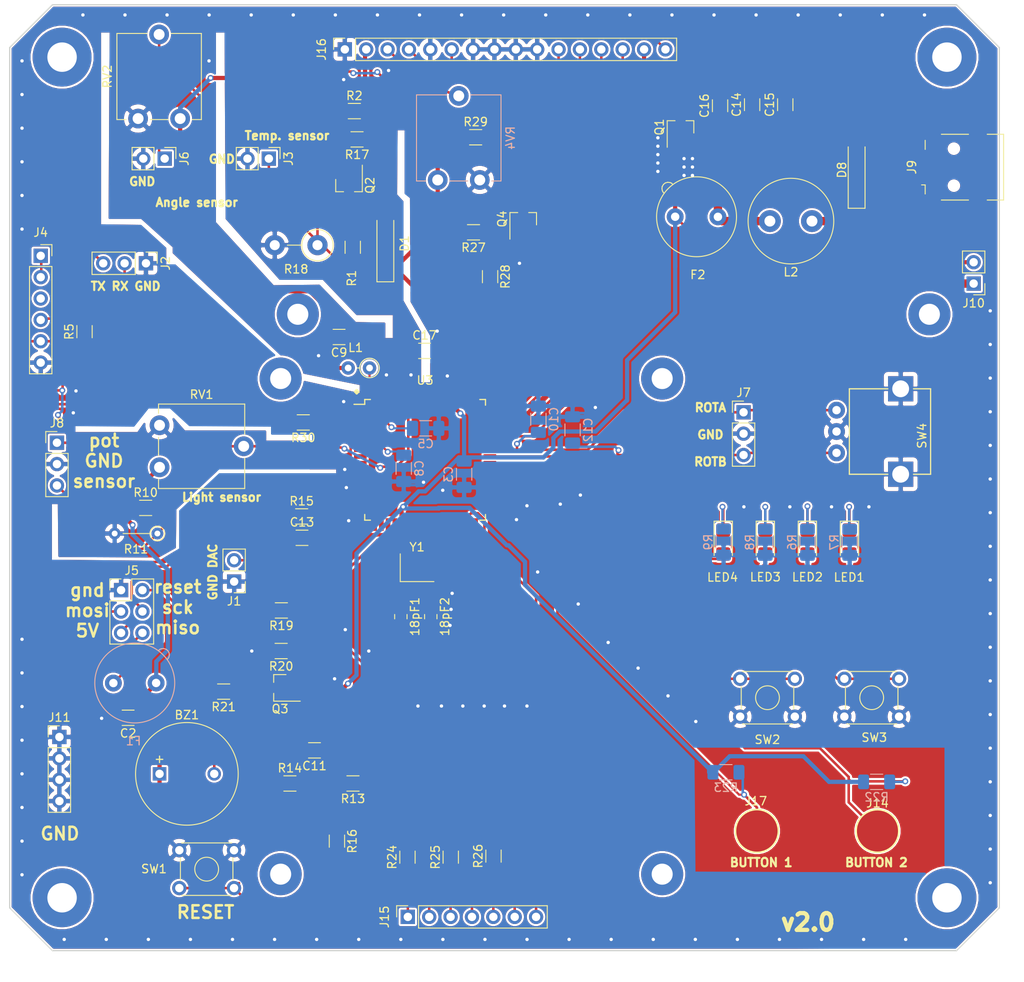
<source format=kicad_pcb>
(kicad_pcb (version 20171130) (host pcbnew 5.1.12-84ad8e8a86~92~ubuntu20.04.1)
  (layers (0 F.Cu signal) (31 B.Cu signal) (34 B.Paste user) (35 F.Paste user) (36 B.SilkS user) (37 F.SilkS user) (38 B.Mask user) (39 F.Mask user) (44 Edge.Cuts user))
  (net 0 "")
  (net 1 "Net-(18pF1-Pad1)")
  (net 2 GNDREF)
  (net 3 "Net-(18pF2-Pad1)")
  (net 4 +5V)
  (net 5 "Net-(BZ1-Pad2)")
  (net 6 "Net-(C5-Pad1)")
  (net 7 "Net-(C8-Pad2)")
  (net 8 Voltage_sensor)
  (net 9 ROTA)
  (net 10 "Net-(C11-Pad1)")
  (net 11 ROTB)
  (net 12 "Net-(C13-Pad1)")
  (net 13 "Net-(C14-Pad1)")
  (net 14 /Input_filter/DC_2)
  (net 15 Temperature)
  (net 16 LED1)
  (net 17 LED2)
  (net 18 LED3)
  (net 19 LED4)
  (net 20 "Net-(J4-Pad1)")
  (net 21 "Net-(J4-Pad3)")
  (net 22 Pot.meter)
  (net 23 LDR_divider)
  (net 24 /Input_filter/DC_1)
  (net 25 "Net-(J15-Pad1)")
  (net 26 /Keypad/row_1)
  (net 27 "Net-(J15-Pad3)")
  (net 28 /Keypad/row_4)
  (net 29 "Net-(J15-Pad5)")
  (net 30 /Keypad/row_3)
  (net 31 /Keypad/row_2)
  (net 32 "Net-(J16-Pad3)")
  (net 33 /LCD_/RS)
  (net 34 /LCD_/EN)
  (net 35 /LCD_/D4)
  (net 36 /LCD_/D5)
  (net 37 /LCD_/D6)
  (net 38 /LCD_/D7)
  (net 39 "Net-(J16-Pad16)")
  (net 40 Capacitive_button_2)
  (net 41 Capacitive_button_1)
  (net 42 /Keypad/Mhole_1)
  (net 43 /Keypad/Mhole_2)
  (net 44 "Net-(J24-Pad1)")
  (net 45 "Net-(J25-Pad1)")
  (net 46 "Net-(J26-Pad1)")
  (net 47 "Net-(J27-Pad1)")
  (net 48 /Keypad/Mhole_3)
  (net 49 /Keypad/Mhole_4)
  (net 50 /LCD_/Mhole_1)
  (net 51 "Net-(Q2-Pad2)")
  (net 52 "Net-(Q3-Pad1)")
  (net 53 "Net-(Q3-Pad3)")
  (net 54 "Net-(Q4-Pad1)")
  (net 55 "Net-(Q4-Pad3)")
  (net 56 MOSI)
  (net 57 MISO)
  (net 58 RESET_MEGA)
  (net 59 DAC)
  (net 60 "Net-(R16-Pad2)")
  (net 61 Buzzer)
  (net 62 /Keypad/col_2)
  (net 63 /Keypad/col_1)
  (net 64 /Keypad/col_3)
  (net 65 /LCD_/Backlight)
  (net 66 BUTT1)
  (net 67 BUTT2)
  (net 68 SCK)
  (net 69 "Net-(U3-Pad1)")
  (net 70 "Net-(U3-Pad6)")
  (net 71 "Net-(U3-Pad7)")
  (net 72 "Net-(U3-Pad9)")
  (net 73 "Net-(U3-Pad10)")
  (net 74 "Net-(U3-Pad12)")
  (net 75 "Net-(U3-Pad13)")
  (net 76 "Net-(U3-Pad16)")
  (net 77 "Net-(U3-Pad17)")
  (net 78 "Net-(U3-Pad18)")
  (net 79 "Net-(U3-Pad19)")
  (net 80 "Net-(U3-Pad32)")
  (net 81 "Net-(U3-Pad43)")
  (net 82 "Net-(U3-Pad48)")
  (net 83 "Net-(U3-Pad54)")
  (net 84 "Net-(U3-Pad55)")
  (net 85 "Net-(U3-Pad56)")
  (net 86 "Net-(U3-Pad57)")
  (net 87 "Net-(U3-Pad58)")
  (net 88 "Net-(D1-Pad2)")
  (net 89 "Net-(R17-Pad1)")
  (net 90 "Net-(R30-Pad1)")
  (net 91 "Net-(F1-Pad1)")
  (net 92 "Net-(U3-Pad8)")
  (net 93 "Net-(J2-Pad2)")
  (net 94 "Net-(J10-Pad1)")
  (net 95 "Net-(LED1-Pad1)")
  (net 96 "Net-(LED2-Pad1)")
  (net 97 "Net-(LED3-Pad1)")
  (net 98 "Net-(LED4-Pad1)")
  (net 99 /LCD_/Mhole_2)
  (net 100 "Net-(J9-Pad2)")
  (net 101 "Net-(J9-Pad3)")
  (net 102 "Net-(J9-Pad4)")
  (module Resistor_SMD:R_1206_3216Metric_Pad1.30x1.75mm_HandSolder (layer B.Cu) (at 167.2971 99.441 270)
    (fp_text reference R9 (at 0 1.82 90) (layer B.SilkS) (effects (justify mirror)))
    (fp_text value 270)
    (pad 2 smd roundrect (at 1.55 0 270) (size 1.3 1.75) (layers B.Cu B.Paste B.Mask) (roundrect_rratio 0.192308) (net 2 GNDREF))
    (pad 1 smd roundrect (at -1.55 0 270) (size 1.3 1.75) (layers B.Cu B.Paste B.Mask) (roundrect_rratio 0.192308) (net 98 "Net-(LED4-Pad1)"))
  )
  (module Fuse_Holders_and_Fuses:Fuseholder_Fuse_TR5_Littlefuse-No560_No460 (layer B.Cu) (at 94.7801 116.205)
    (fp_text reference F1 (at 2.39 6.89) (layer B.SilkS) (effects (justify mirror)))
    (fp_text value Fuse_Small)
    (pad 1 thru_hole circle (at 0 0) (size 2 2) (drill 1) (layers *.Cu *.Mask) (net 91 "Net-(F1-Pad1)"))
    (pad 2 thru_hole circle (at 5.08 -0.01) (size 2 2) (drill 1) (layers *.Cu *.Mask) (net 4 +5V))
  )
  (module Fuse_Holders_and_Fuses:Fuseholder_Fuse_TR5_Littlefuse-No560_No460 (layer F.Cu) (at 166.624 60.7695 180)
    (fp_text reference F2 (at 2.39 -6.89 180) (layer F.SilkS))
    (fp_text value Fuse_Small)
    (pad 1 thru_hole circle (at 0 0 180) (size 2 2) (drill 1) (layers *.Cu *.Mask) (net 13 "Net-(C14-Pad1)"))
    (pad 2 thru_hole circle (at 5.08 0.01 180) (size 2 2) (drill 1) (layers *.Cu *.Mask) (net 4 +5V))
  )
  (module Inductors_THT:L_Radial_D10.0mm_P5.00mm_Fastron_07M (layer F.Cu) (at 177.8 61.2775 180)
    (fp_text reference L2 (at 2.5 -6.06 180) (layer F.SilkS))
    (fp_text value L_Core_Ferrite)
    (pad 1 thru_hole circle (at 0 0 180) (size 2.6 2.6) (drill 1.3) (layers *.Cu *.Mask) (net 94 "Net-(J10-Pad1)"))
    (pad 2 thru_hole circle (at 5 0 180) (size 2.6 2.6) (drill 1.3) (layers *.Cu *.Mask) (net 13 "Net-(C14-Pad1)"))
  )
  (module Resistors_THT:R_Axial_DIN0204_L3.6mm_D1.6mm_P5.08mm_Vertical (layer F.Cu) (at 100.0125 98.425 180)
    (fp_text reference R11 (at 2.54 -1.86 180) (layer F.SilkS))
    (fp_text value LDR)
    (pad 1 thru_hole circle (at 0 0 180) (size 1.4 1.4) (drill 0.7) (layers *.Cu *.Mask) (net 23 LDR_divider))
    (pad 2 thru_hole oval (at 5.08 0 180) (size 1.4 1.4) (drill 0.7) (layers *.Cu *.Mask) (net 2 GNDREF))
  )
  (module Resistors_THT:R_Axial_DIN0411_L9.9mm_D3.6mm_P5.08mm_Vertical (layer F.Cu) (at 119.0371 64.135 180)
    (fp_text reference R18 (at 2.54 -2.86 180) (layer F.SilkS))
    (fp_text value PT1000)
    (pad 1 thru_hole circle (at 0 0 180) (size 2.4 2.4) (drill 1.2) (layers *.Cu *.Mask) (net 15 Temperature))
    (pad 2 thru_hole oval (at 5.08 0 180) (size 2.4 2.4) (drill 1.2) (layers *.Cu *.Mask) (net 2 GNDREF))
  )
  (module Buttons_Switches_THT:SW_TH_Tactile_Omron_B3F-10xx (layer F.Cu) (at 181.6481 115.697)
    (fp_text reference SW3 (at 3.556 6.985) (layer F.SilkS))
    (fp_text value SW_Push_Dual_OWN)
    (pad 4 thru_hole circle (at 6.5 4.5) (size 1.7 1.7) (drill 1) (layers *.Cu *.Mask) (net 2 GNDREF))
    (pad 3 thru_hole circle (at 0 4.5) (size 1.7 1.7) (drill 1) (layers *.Cu *.Mask) (net 2 GNDREF))
    (pad 2 thru_hole circle (at 6.5 0) (size 1.7 1.7) (drill 1) (layers *.Cu *.Mask) (net 67 BUTT2))
    (pad 1 thru_hole circle (at 0 0) (size 1.7 1.7) (drill 1) (layers *.Cu *.Mask) (net 67 BUTT2))
  )
  (module Myfootprints:Rotary_Encoder_CaseHolder (layer F.Cu) (at 182.753 85.7885 270)
    (fp_text reference SW4 (at 1.016 -8.128 270) (layer F.SilkS))
    (fp_text value Rotary_Encoder_With_CaseHolder)
    (pad 1 thru_hole circle (at -2.032 2.032 270) (size 2 2) (drill 1) (layers *.Cu *.Mask) (net 9 ROTA) (clearance 0.2))
    (pad 2 thru_hole circle (at 0.508 2.032 270) (size 2 2) (drill 1) (layers *.Cu *.Mask) (net 2 GNDREF) (clearance 0.2))
    (pad 3 thru_hole circle (at 3.048 2.032 270) (size 2 2) (drill 1) (layers *.Cu *.Mask) (net 11 ROTB) (clearance 0.2))
    (pad 4 thru_hole rect (at -4.572 -5.588 270) (size 3 3) (drill 2) (layers *.Cu *.Mask) (net 2 GNDREF) (clearance 0.5))
    (pad 5 thru_hole rect (at 5.588 -5.588 270) (size 3 3) (drill 2) (layers *.Cu *.Mask) (net 2 GNDREF) (clearance 0.5))
  )
  (module Inductors_THT:L_Axial_L5.3mm_D2.2mm_P2.54mm_Vertical_Vishay_IM-1 (layer F.Cu) (at 125.222 78.74 180)
    (fp_text reference L1 (at 1.651 2.413 180) (layer F.SilkS))
    (fp_text value Ferrite_Bead)
    (pad 1 thru_hole circle (at 0 0 180) (size 1.6 1.6) (drill 0.8) (layers *.Cu *.Mask) (net 7 "Net-(C8-Pad2)"))
    (pad 2 thru_hole oval (at 2.54 0 180) (size 1.6 1.6) (drill 0.8) (layers *.Cu *.Mask) (net 4 +5V))
  )
  (module Measurement_Points:Measurement_Point_Round-SMD-Pad_Big (layer F.Cu) (at 185.5851 133.7945)
    (fp_text reference J14 (at 0 -3.302) (layer F.SilkS))
    (fp_text value TEST_1P)
    (pad 1 smd circle (at 0 0) (size 5 5) (layers F.Cu) (net 40 Capacitive_button_2))
  )
  (module Measurement_Points:Measurement_Point_Round-SMD-Pad_Big (layer F.Cu) (at 171.2595 133.7945 180)
    (fp_text reference J17 (at 0.127 3.556 180) (layer F.SilkS))
    (fp_text value TEST_1P)
    (pad 1 smd circle (at 0 0 180) (size 5 5) (layers F.Cu) (net 41 Capacitive_button_1))
  )
  (module Diodes_SMD:D_MiniMELF_Handsoldering (layer F.Cu) (at 127.1016 63.9445 90)
    (fp_text reference D1 (at 0 2.286 90) (layer F.SilkS))
    (fp_text value 3_6BreakDown)
    (pad 1 smd rect (at -2.75 0 90) (size 3.3 1.7) (layers F.Cu F.Paste F.Mask) (net 4 +5V))
    (pad 2 smd rect (at 2.75 0 90) (size 3.3 1.7) (layers F.Cu F.Paste F.Mask) (net 88 "Net-(D1-Pad2)"))
  )
  (module Pin_Headers:Pin_Header_Straight_1x02_Pitch2.54mm (layer F.Cu) (at 113.2586 53.848 270)
    (fp_text reference J3 (at 0 -2.33 270) (layer F.SilkS))
    (fp_text value Conn_01x02_Male)
    (pad 1 thru_hole rect (at 0 0 270) (size 1.7 1.7) (drill 1) (layers *.Cu *.Mask) (net 15 Temperature))
    (pad 2 thru_hole oval (at 0 2.54 270) (size 1.7 1.7) (drill 1) (layers *.Cu *.Mask) (net 2 GNDREF))
  )
  (module Connector_PinHeader_2.54mm:PinHeader_1x02_P2.54mm_Vertical (layer F.Cu) (at 197.0151 68.707 180)
    (fp_text reference J10 (at 0 -2.33) (layer F.SilkS))
    (fp_text value "current sense")
    (pad 1 thru_hole rect (at 0 0 180) (size 1.7 1.7) (drill 1) (layers *.Cu *.Mask) (net 94 "Net-(J10-Pad1)"))
    (pad 2 thru_hole oval (at 0 2.54 180) (size 1.7 1.7) (drill 1) (layers *.Cu *.Mask) (net 24 /Input_filter/DC_1))
  )
  (module Connector_PinHeader_2.54mm:PinHeader_1x04_P2.54mm_Vertical (layer F.Cu) (at 88.3666 122.6185)
    (fp_text reference J11 (at 0 -2.33) (layer F.SilkS))
    (fp_text value "GND conn")
    (pad 1 thru_hole rect (at 0 0) (size 1.7 1.7) (drill 1) (layers *.Cu *.Mask) (net 2 GNDREF))
    (pad 2 thru_hole oval (at 0 2.54) (size 1.7 1.7) (drill 1) (layers *.Cu *.Mask) (net 2 GNDREF))
    (pad 3 thru_hole oval (at 0 5.08) (size 1.7 1.7) (drill 1) (layers *.Cu *.Mask) (net 2 GNDREF))
    (pad 4 thru_hole oval (at 0 7.62) (size 1.7 1.7) (drill 1) (layers *.Cu *.Mask) (net 2 GNDREF))
  )
  (module Capacitor_SMD:C_0805_2012Metric_Pad1.18x1.45mm_HandSolder (layer F.Cu) (at 128.9431 108.3095 270)
    (fp_text reference 18pF1 (at 0 -1.68 90) (layer F.SilkS))
    (fp_text value 18pF)
    (pad 2 smd roundrect (at 1.0375 0 270) (size 1.175 1.45) (layers F.Cu F.Paste F.Mask) (roundrect_rratio 0.212766) (net 2 GNDREF))
    (pad 1 smd roundrect (at -1.0375 0 270) (size 1.175 1.45) (layers F.Cu F.Paste F.Mask) (roundrect_rratio 0.212766) (net 1 "Net-(18pF1-Pad1)"))
  )
  (module Capacitor_SMD:C_0805_2012Metric_Pad1.18x1.45mm_HandSolder (layer F.Cu) (at 132.4991 108.3095 270)
    (fp_text reference 18pF2 (at 0 -1.68 90) (layer F.SilkS))
    (fp_text value 18pF)
    (pad 1 smd roundrect (at -1.0375 0 270) (size 1.175 1.45) (layers F.Cu F.Paste F.Mask) (roundrect_rratio 0.212766) (net 3 "Net-(18pF2-Pad1)"))
    (pad 2 smd roundrect (at 1.0375 0 270) (size 1.175 1.45) (layers F.Cu F.Paste F.Mask) (roundrect_rratio 0.212766) (net 2 GNDREF))
  )
  (module Capacitor_SMD:C_1206_3216Metric_Pad1.33x1.80mm_HandSolder (layer F.Cu) (at 96.5331 120.3325 180)
    (fp_text reference C2 (at 0 -1.85) (layer F.SilkS))
    (fp_text value 100nF)
    (pad 1 smd roundrect (at -1.5625 0 180) (size 1.325 1.8) (layers F.Cu F.Paste F.Mask) (roundrect_rratio 0.188679) (net 4 +5V))
    (pad 2 smd roundrect (at 1.5625 0 180) (size 1.325 1.8) (layers F.Cu F.Paste F.Mask) (roundrect_rratio 0.188679) (net 2 GNDREF))
  )
  (module Capacitor_SMD:C_1206_3216Metric_Pad1.33x1.80mm_HandSolder (layer B.Cu) (at 136.4615 91.3765 270)
    (fp_text reference C3 (at 0 1.85 90) (layer B.SilkS) (effects (justify mirror)))
    (fp_text value C)
    (pad 2 smd roundrect (at 1.5625 0 270) (size 1.325 1.8) (layers B.Cu B.Paste B.Mask) (roundrect_rratio 0.188679) (net 2 GNDREF))
    (pad 1 smd roundrect (at -1.5625 0 270) (size 1.325 1.8) (layers B.Cu B.Paste B.Mask) (roundrect_rratio 0.188679) (net 4 +5V))
  )
  (module Capacitor_SMD:C_1206_3216Metric_Pad1.33x1.80mm_HandSolder (layer B.Cu) (at 131.8895 85.9155)
    (fp_text reference C5 (at 0 1.85) (layer B.SilkS) (effects (justify mirror)))
    (fp_text value 100nF)
    (pad 2 smd roundrect (at 1.5625 0) (size 1.325 1.8) (layers B.Cu B.Paste B.Mask) (roundrect_rratio 0.188679) (net 2 GNDREF))
    (pad 1 smd roundrect (at -1.5625 0) (size 1.325 1.8) (layers B.Cu B.Paste B.Mask) (roundrect_rratio 0.188679) (net 6 "Net-(C5-Pad1)"))
  )
  (module Capacitor_SMD:C_1206_3216Metric_Pad1.33x1.80mm_HandSolder (layer B.Cu) (at 129.286 90.678 90)
    (fp_text reference C8 (at 0 1.85 90) (layer B.SilkS) (effects (justify mirror)))
    (fp_text value 100n)
    (pad 1 smd roundrect (at -1.5625 0 90) (size 1.325 1.8) (layers B.Cu B.Paste B.Mask) (roundrect_rratio 0.188679) (net 2 GNDREF))
    (pad 2 smd roundrect (at 1.5625 0 90) (size 1.325 1.8) (layers B.Cu B.Paste B.Mask) (roundrect_rratio 0.188679) (net 7 "Net-(C8-Pad2)"))
  )
  (module Capacitor_SMD:C_1206_3216Metric_Pad1.33x1.80mm_HandSolder (layer F.Cu) (at 121.6025 75.057 180)
    (fp_text reference C9 (at 0 -1.85) (layer F.SilkS))
    (fp_text value 100nF)
    (pad 1 smd roundrect (at -1.5625 0 180) (size 1.325 1.8) (layers F.Cu F.Paste F.Mask) (roundrect_rratio 0.188679) (net 8 Voltage_sensor))
    (pad 2 smd roundrect (at 1.5625 0 180) (size 1.325 1.8) (layers F.Cu F.Paste F.Mask) (roundrect_rratio 0.188679) (net 2 GNDREF))
  )
  (module Capacitor_SMD:C_1206_3216Metric_Pad1.33x1.80mm_HandSolder (layer B.Cu) (at 145.288 84.836 90)
    (fp_text reference C10 (at 0 1.85 90) (layer B.SilkS) (effects (justify mirror)))
    (fp_text value 10nF)
    (pad 2 smd roundrect (at 1.5625 0 90) (size 1.325 1.8) (layers B.Cu B.Paste B.Mask) (roundrect_rratio 0.188679) (net 2 GNDREF))
    (pad 1 smd roundrect (at -1.5625 0 90) (size 1.325 1.8) (layers B.Cu B.Paste B.Mask) (roundrect_rratio 0.188679) (net 9 ROTA))
  )
  (module Capacitor_SMD:C_1206_3216Metric_Pad1.33x1.80mm_HandSolder (layer F.Cu) (at 118.6815 124.206 180)
    (fp_text reference C11 (at 0 -1.85) (layer F.SilkS))
    (fp_text value 10nF)
    (pad 2 smd roundrect (at 1.5625 0 180) (size 1.325 1.8) (layers F.Cu F.Paste F.Mask) (roundrect_rratio 0.188679) (net 2 GNDREF))
    (pad 1 smd roundrect (at -1.5625 0 180) (size 1.325 1.8) (layers F.Cu F.Paste F.Mask) (roundrect_rratio 0.188679) (net 10 "Net-(C11-Pad1)"))
  )
  (module Capacitor_SMD:C_1206_3216Metric_Pad1.33x1.80mm_HandSolder (layer B.Cu) (at 149.352 86.106 90)
    (fp_text reference C12 (at 0 1.85 90) (layer B.SilkS) (effects (justify mirror)))
    (fp_text value 10nF)
    (pad 1 smd roundrect (at -1.5625 0 90) (size 1.325 1.8) (layers B.Cu B.Paste B.Mask) (roundrect_rratio 0.188679) (net 11 ROTB))
    (pad 2 smd roundrect (at 1.5625 0 90) (size 1.325 1.8) (layers B.Cu B.Paste B.Mask) (roundrect_rratio 0.188679) (net 2 GNDREF))
  )
  (module Capacitor_SMD:C_1206_3216Metric_Pad1.33x1.80mm_HandSolder (layer F.Cu) (at 117.1956 98.933)
    (fp_text reference C13 (at 0 -1.85) (layer F.SilkS))
    (fp_text value 150nF)
    (pad 2 smd roundrect (at 1.5625 0) (size 1.325 1.8) (layers F.Cu F.Paste F.Mask) (roundrect_rratio 0.188679) (net 2 GNDREF))
    (pad 1 smd roundrect (at -1.5625 0) (size 1.325 1.8) (layers F.Cu F.Paste F.Mask) (roundrect_rratio 0.188679) (net 12 "Net-(C13-Pad1)"))
  )
  (module Capacitor_SMD:C_1206_3216Metric_Pad1.33x1.80mm_HandSolder (layer F.Cu) (at 170.688 47.4345 90)
    (fp_text reference C14 (at 0 -1.85 90) (layer F.SilkS))
    (fp_text value 1nF)
    (pad 1 smd roundrect (at -1.5625 0 90) (size 1.325 1.8) (layers F.Cu F.Paste F.Mask) (roundrect_rratio 0.188679) (net 13 "Net-(C14-Pad1)"))
    (pad 2 smd roundrect (at 1.5625 0 90) (size 1.325 1.8) (layers F.Cu F.Paste F.Mask) (roundrect_rratio 0.188679) (net 14 /Input_filter/DC_2))
  )
  (module Capacitor_SMD:C_1206_3216Metric_Pad1.33x1.80mm_HandSolder (layer F.Cu) (at 174.625 47.4345 90)
    (fp_text reference C15 (at 0 -1.85 90) (layer F.SilkS))
    (fp_text value 10nF)
    (pad 1 smd roundrect (at -1.5625 0 90) (size 1.325 1.8) (layers F.Cu F.Paste F.Mask) (roundrect_rratio 0.188679) (net 13 "Net-(C14-Pad1)"))
    (pad 2 smd roundrect (at 1.5625 0 90) (size 1.325 1.8) (layers F.Cu F.Paste F.Mask) (roundrect_rratio 0.188679) (net 14 /Input_filter/DC_2))
  )
  (module Capacitor_SMD:C_1206_3216Metric_Pad1.33x1.80mm_HandSolder (layer F.Cu) (at 166.878 47.5615 90)
    (fp_text reference C16 (at 0 -1.85 90) (layer F.SilkS))
    (fp_text value 100nF)
    (pad 2 smd roundrect (at 1.5625 0 90) (size 1.325 1.8) (layers F.Cu F.Paste F.Mask) (roundrect_rratio 0.188679) (net 14 /Input_filter/DC_2))
    (pad 1 smd roundrect (at -1.5625 0 90) (size 1.325 1.8) (layers F.Cu F.Paste F.Mask) (roundrect_rratio 0.188679) (net 13 "Net-(C14-Pad1)"))
  )
  (module Capacitor_SMD:C_1206_3216Metric_Pad1.33x1.80mm_HandSolder (layer F.Cu) (at 131.7625 76.708)
    (fp_text reference C17 (at 0 -1.85) (layer F.SilkS))
    (fp_text value 10nF)
    (pad 1 smd roundrect (at -1.5625 0) (size 1.325 1.8) (layers F.Cu F.Paste F.Mask) (roundrect_rratio 0.188679) (net 15 Temperature))
    (pad 2 smd roundrect (at 1.5625 0) (size 1.325 1.8) (layers F.Cu F.Paste F.Mask) (roundrect_rratio 0.188679) (net 2 GNDREF))
  )
  (module MountingHole:MountingHole_2.5mm_Pad (layer F.Cu) (at 114.661 138.928)
    (fp_text reference J19 hide)
    (fp_text value Conn_01x01)
    (pad 1 thru_hole circle (at 0 0) (size 5 5) (drill 2.5) (layers *.Cu *.Mask) (net 42 /Keypad/Mhole_1))
  )
  (module MountingHole:MountingHole_2.5mm_Pad (layer F.Cu) (at 160 138.928)
    (fp_text reference J23 hide)
    (fp_text value Conn_01x01)
    (pad 1 thru_hole circle (at 0 0) (size 5 5) (drill 2.5) (layers *.Cu *.Mask) (net 43 /Keypad/Mhole_2))
  )
  (module MountingHole:MountingHole_3.5mm_Pad (layer F.Cu) (at 193.8401 41.783)
    (fp_text reference J24 hide)
    (fp_text value Conn_01x01)
    (pad 1 thru_hole circle (at 0 0) (size 7 7) (drill 3.5) (layers *.Cu *.Mask) (net 44 "Net-(J24-Pad1)"))
  )
  (module MountingHole:MountingHole_3.5mm_Pad (layer F.Cu) (at 193.8401 141.732)
    (fp_text reference J25 hide)
    (fp_text value Conn_01x01)
    (pad 1 thru_hole circle (at 0 0) (size 7 7) (drill 3.5) (layers *.Cu *.Mask) (net 45 "Net-(J25-Pad1)"))
  )
  (module MountingHole:MountingHole_3.5mm_Pad (layer F.Cu) (at 88.6841 41.783)
    (fp_text reference J26 hide)
    (fp_text value Conn_01x01)
    (pad 1 thru_hole circle (at 0 0) (size 7 7) (drill 3.5) (layers *.Cu *.Mask) (net 46 "Net-(J26-Pad1)"))
  )
  (module MountingHole:MountingHole_3.5mm_Pad (layer F.Cu) (at 88.6841 141.732)
    (fp_text reference J27 hide)
    (fp_text value Conn_01x01)
    (pad 1 thru_hole circle (at 0 0) (size 7 7) (drill 3.5) (layers *.Cu *.Mask) (net 47 "Net-(J27-Pad1)"))
  )
  (module MountingHole:MountingHole_2.5mm_Pad (layer F.Cu) (at 114.661 80)
    (fp_text reference J28 hide)
    (fp_text value Conn_01x01)
    (pad 1 thru_hole circle (at 0 0) (size 5 5) (drill 2.5) (layers *.Cu *.Mask) (net 48 /Keypad/Mhole_3))
  )
  (module MountingHole:MountingHole_2.5mm_Pad (layer F.Cu) (at 160 80)
    (fp_text reference J29 hide)
    (fp_text value Conn_01x01)
    (pad 1 thru_hole circle (at 0 0) (size 5 5) (drill 2.5) (layers *.Cu *.Mask) (net 49 /Keypad/Mhole_4))
  )
  (module MountingHole:MountingHole_2.5mm_Pad (layer F.Cu) (at 116.699 72.358)
    (fp_text reference J30 hide)
    (fp_text value Conn_01x01)
    (pad 1 thru_hole circle (at 0 0) (size 5 5) (drill 2.5) (layers *.Cu *.Mask) (net 50 /LCD_/Mhole_1))
  )
  (module MountingHole:MountingHole_2.5mm_Pad (layer F.Cu) (at 191.756 72.358)
    (fp_text reference J31 hide)
    (fp_text value Conn_01x01)
    (pad 1 thru_hole circle (at 0 0) (size 5 5) (drill 2.5) (layers *.Cu *.Mask) (net 99 /LCD_/Mhole_2))
  )
  (module LED_SMD:LED_1206_3216Metric_Castellated (layer F.Cu) (at 182.259 99.441 270)
    (fp_text reference LED1 (at 4.191 0.0394 180) (layer F.SilkS))
    (fp_text value blue)
    (pad 1 smd roundrect (at -1.425 0 270) (size 1.6 1.65) (layers F.Cu F.Paste F.Mask) (roundrect_rratio 0.15625) (net 95 "Net-(LED1-Pad1)"))
    (pad 2 smd roundrect (at 1.425 0 270) (size 1.6 1.65) (layers F.Cu F.Paste F.Mask) (roundrect_rratio 0.15625) (net 16 LED1))
  )
  (module LED_SMD:LED_1206_3216Metric_Castellated (layer F.Cu) (at 177.259 99.441 270)
    (fp_text reference LED2 (at 4.163 0 180) (layer F.SilkS))
    (fp_text value blue)
    (pad 2 smd roundrect (at 1.425 0 270) (size 1.6 1.65) (layers F.Cu F.Paste F.Mask) (roundrect_rratio 0.15625) (net 17 LED2))
    (pad 1 smd roundrect (at -1.425 0 270) (size 1.6 1.65) (layers F.Cu F.Paste F.Mask) (roundrect_rratio 0.15625) (net 96 "Net-(LED2-Pad1)"))
  )
  (module LED_SMD:LED_1206_3216Metric_Castellated (layer F.Cu) (at 172.259 99.441 270)
    (fp_text reference LED3 (at 4.163 0 180) (layer F.SilkS))
    (fp_text value blue)
    (pad 2 smd roundrect (at 1.425 0 270) (size 1.6 1.65) (layers F.Cu F.Paste F.Mask) (roundrect_rratio 0.15625) (net 18 LED3))
    (pad 1 smd roundrect (at -1.425 0 270) (size 1.6 1.65) (layers F.Cu F.Paste F.Mask) (roundrect_rratio 0.15625) (net 97 "Net-(LED3-Pad1)"))
  )
  (module LED_SMD:LED_1206_3216Metric_Castellated (layer F.Cu) (at 167.259 99.441 270)
    (fp_text reference LED4 (at 4.191 0.0889 180) (layer F.SilkS))
    (fp_text value blue)
    (pad 1 smd roundrect (at -1.425 0 270) (size 1.6 1.65) (layers F.Cu F.Paste F.Mask) (roundrect_rratio 0.15625) (net 98 "Net-(LED4-Pad1)"))
    (pad 2 smd roundrect (at 1.425 0 270) (size 1.6 1.65) (layers F.Cu F.Paste F.Mask) (roundrect_rratio 0.15625) (net 19 LED4))
  )
  (module Package_TO_SOT_SMD:SOT-23_Handsoldering (layer F.Cu) (at 162.179 50.1015 90)
    (fp_text reference Q1 (at 0 -2.5 90) (layer F.SilkS))
    (fp_text value Q_NMOS_GSD)
    (pad 3 smd rect (at 1.5 0 90) (size 1.9 0.8) (layers F.Cu F.Paste F.Mask) (net 14 /Input_filter/DC_2))
    (pad 2 smd rect (at -1.5 0.95 90) (size 1.9 0.8) (layers F.Cu F.Paste F.Mask) (net 2 GNDREF))
    (pad 1 smd rect (at -1.5 -0.95 90) (size 1.9 0.8) (layers F.Cu F.Paste F.Mask) (net 4 +5V))
  )
  (module Package_TO_SOT_SMD:SOT-23_Handsoldering (layer F.Cu) (at 122.7836 57.023 270)
    (fp_text reference Q2 (at 0 -2.5 270) (layer F.SilkS))
    (fp_text value BC807)
    (pad 1 smd rect (at -1.5 -0.95 270) (size 1.9 0.8) (layers F.Cu F.Paste F.Mask) (net 88 "Net-(D1-Pad2)"))
    (pad 2 smd rect (at -1.5 0.95 270) (size 1.9 0.8) (layers F.Cu F.Paste F.Mask) (net 51 "Net-(Q2-Pad2)"))
    (pad 3 smd rect (at 1.5 0 270) (size 1.9 0.8) (layers F.Cu F.Paste F.Mask) (net 15 Temperature))
  )
  (module Package_TO_SOT_SMD:SOT-23_Handsoldering (layer F.Cu) (at 114.5921 116.7765 180)
    (fp_text reference Q3 (at 0 -2.5) (layer F.SilkS))
    (fp_text value Q_NMOS_GSD)
    (pad 3 smd rect (at 1.5 0 180) (size 1.9 0.8) (layers F.Cu F.Paste F.Mask) (net 53 "Net-(Q3-Pad3)"))
    (pad 2 smd rect (at -1.5 0.95 180) (size 1.9 0.8) (layers F.Cu F.Paste F.Mask) (net 2 GNDREF))
    (pad 1 smd rect (at -1.5 -0.95 180) (size 1.9 0.8) (layers F.Cu F.Paste F.Mask) (net 52 "Net-(Q3-Pad1)"))
  )
  (module Package_TO_SOT_SMD:SOT-23_Handsoldering (layer F.Cu) (at 143.4846 61.0235 90)
    (fp_text reference Q4 (at 0 -2.5 90) (layer F.SilkS))
    (fp_text value Q_NMOS_GSD)
    (pad 1 smd rect (at -1.5 -0.95 90) (size 1.9 0.8) (layers F.Cu F.Paste F.Mask) (net 54 "Net-(Q4-Pad1)"))
    (pad 2 smd rect (at -1.5 0.95 90) (size 1.9 0.8) (layers F.Cu F.Paste F.Mask) (net 2 GNDREF))
    (pad 3 smd rect (at 1.5 0 90) (size 1.9 0.8) (layers F.Cu F.Paste F.Mask) (net 55 "Net-(Q4-Pad3)"))
  )
  (module Resistor_SMD:R_1206_3216Metric_Pad1.30x1.75mm_HandSolder (layer F.Cu) (at 123.2281 64.389 270)
    (fp_text reference R1 (at 3.683 0.127 90) (layer F.SilkS))
    (fp_text value 270)
    (pad 1 smd roundrect (at -1.55 0 270) (size 1.3 1.75) (layers F.Cu F.Paste F.Mask) (roundrect_rratio 0.192308) (net 88 "Net-(D1-Pad2)"))
    (pad 2 smd roundrect (at 1.55 0 270) (size 1.3 1.75) (layers F.Cu F.Paste F.Mask) (roundrect_rratio 0.192308) (net 2 GNDREF))
  )
  (module Resistor_SMD:R_1206_3216Metric_Pad1.30x1.75mm_HandSolder (layer F.Cu) (at 123.4186 48.1965)
    (fp_text reference R2 (at 0 -1.82) (layer F.SilkS))
    (fp_text value 200)
    (pad 2 smd roundrect (at 1.55 0) (size 1.3 1.75) (layers F.Cu F.Paste F.Mask) (roundrect_rratio 0.192308) (net 89 "Net-(R17-Pad1)"))
    (pad 1 smd roundrect (at -1.55 0) (size 1.3 1.75) (layers F.Cu F.Paste F.Mask) (roundrect_rratio 0.192308) (net 4 +5V))
  )
  (module Resistor_SMD:R_1206_3216Metric_Pad1.30x1.75mm_HandSolder (layer F.Cu) (at 91.3511 74.422 90)
    (fp_text reference R5 (at 0 -1.82 90) (layer F.SilkS))
    (fp_text value 12)
    (pad 1 smd roundrect (at -1.55 0 90) (size 1.3 1.75) (layers F.Cu F.Paste F.Mask) (roundrect_rratio 0.192308) (net 56 MOSI))
    (pad 2 smd roundrect (at 1.55 0 90) (size 1.3 1.75) (layers F.Cu F.Paste F.Mask) (roundrect_rratio 0.192308) (net 93 "Net-(J2-Pad2)"))
  )
  (module Resistor_SMD:R_1206_3216Metric_Pad1.30x1.75mm_HandSolder (layer B.Cu) (at 177.2666 99.467 270)
    (fp_text reference R6 (at 0 1.82 90) (layer B.SilkS) (effects (justify mirror)))
    (fp_text value 270)
    (pad 2 smd roundrect (at 1.55 0 270) (size 1.3 1.75) (layers B.Cu B.Paste B.Mask) (roundrect_rratio 0.192308) (net 2 GNDREF))
    (pad 1 smd roundrect (at -1.55 0 270) (size 1.3 1.75) (layers B.Cu B.Paste B.Mask) (roundrect_rratio 0.192308) (net 96 "Net-(LED2-Pad1)"))
  )
  (module Resistor_SMD:R_1206_3216Metric_Pad1.30x1.75mm_HandSolder (layer B.Cu) (at 182.2831 99.467 270)
    (fp_text reference R7 (at 0 1.82 90) (layer B.SilkS) (effects (justify mirror)))
    (fp_text value 270)
    (pad 1 smd roundrect (at -1.55 0 270) (size 1.3 1.75) (layers B.Cu B.Paste B.Mask) (roundrect_rratio 0.192308) (net 95 "Net-(LED1-Pad1)"))
    (pad 2 smd roundrect (at 1.55 0 270) (size 1.3 1.75) (layers B.Cu B.Paste B.Mask) (roundrect_rratio 0.192308) (net 2 GNDREF))
  )
  (module Resistor_SMD:R_1206_3216Metric_Pad1.30x1.75mm_HandSolder (layer B.Cu) (at 172.2501 99.467 270)
    (fp_text reference R8 (at 0 1.82 90) (layer B.SilkS) (effects (justify mirror)))
    (fp_text value 270)
    (pad 1 smd roundrect (at -1.55 0 270) (size 1.3 1.75) (layers B.Cu B.Paste B.Mask) (roundrect_rratio 0.192308) (net 97 "Net-(LED3-Pad1)"))
    (pad 2 smd roundrect (at 1.55 0 270) (size 1.3 1.75) (layers B.Cu B.Paste B.Mask) (roundrect_rratio 0.192308) (net 2 GNDREF))
  )
  (module Resistor_SMD:R_1206_3216Metric_Pad1.30x1.75mm_HandSolder (layer F.Cu) (at 98.6155 95.377)
    (fp_text reference R10 (at 0 -1.82) (layer F.SilkS))
    (fp_text value 200k)
    (pad 1 smd roundrect (at -1.55 0) (size 1.3 1.75) (layers F.Cu F.Paste F.Mask) (roundrect_rratio 0.192308) (net 4 +5V))
    (pad 2 smd roundrect (at 1.55 0) (size 1.3 1.75) (layers F.Cu F.Paste F.Mask) (roundrect_rratio 0.192308) (net 23 LDR_divider))
  )
  (module Resistor_SMD:R_1206_3216Metric_Pad1.30x1.75mm_HandSolder (layer F.Cu) (at 123.2535 128.143 180)
    (fp_text reference R13 (at 0 -1.82) (layer F.SilkS))
    (fp_text value 470)
    (pad 2 smd roundrect (at 1.55 0 180) (size 1.3 1.75) (layers F.Cu F.Paste F.Mask) (roundrect_rratio 0.192308) (net 10 "Net-(C11-Pad1)"))
    (pad 1 smd roundrect (at -1.55 0 180) (size 1.3 1.75) (layers F.Cu F.Paste F.Mask) (roundrect_rratio 0.192308) (net 58 RESET_MEGA))
  )
  (module Resistor_SMD:R_1206_3216Metric_Pad1.30x1.75mm_HandSolder (layer F.Cu) (at 115.7605 128.143)
    (fp_text reference R14 (at 0 -1.82) (layer F.SilkS))
    (fp_text value 10k)
    (pad 2 smd roundrect (at 1.55 0) (size 1.3 1.75) (layers F.Cu F.Paste F.Mask) (roundrect_rratio 0.192308) (net 10 "Net-(C11-Pad1)"))
    (pad 1 smd roundrect (at -1.55 0) (size 1.3 1.75) (layers F.Cu F.Paste F.Mask) (roundrect_rratio 0.192308) (net 4 +5V))
  )
  (module Resistor_SMD:R_1206_3216Metric_Pad1.30x1.75mm_HandSolder (layer F.Cu) (at 117.1575 96.393)
    (fp_text reference R15 (at 0 -1.82) (layer F.SilkS))
    (fp_text value 10k)
    (pad 1 smd roundrect (at -1.55 0) (size 1.3 1.75) (layers F.Cu F.Paste F.Mask) (roundrect_rratio 0.192308) (net 12 "Net-(C13-Pad1)"))
    (pad 2 smd roundrect (at 1.55 0) (size 1.3 1.75) (layers F.Cu F.Paste F.Mask) (roundrect_rratio 0.192308) (net 59 DAC))
  )
  (module Resistor_SMD:R_1206_3216Metric_Pad1.30x1.75mm_HandSolder (layer F.Cu) (at 121.3485 135.001 270)
    (fp_text reference R16 (at 0 -1.82 90) (layer F.SilkS))
    (fp_text value 100)
    (pad 1 smd roundrect (at -1.55 0 270) (size 1.3 1.75) (layers F.Cu F.Paste F.Mask) (roundrect_rratio 0.192308) (net 10 "Net-(C11-Pad1)"))
    (pad 2 smd roundrect (at 1.55 0 270) (size 1.3 1.75) (layers F.Cu F.Paste F.Mask) (roundrect_rratio 0.192308) (net 60 "Net-(R16-Pad2)"))
  )
  (module Resistor_SMD:R_1206_3216Metric_Pad1.30x1.75mm_HandSolder (layer F.Cu) (at 123.7361 51.562 180)
    (fp_text reference R17 (at 0 -1.82) (layer F.SilkS))
    (fp_text value 2k7)
    (pad 1 smd roundrect (at -1.55 0 180) (size 1.3 1.75) (layers F.Cu F.Paste F.Mask) (roundrect_rratio 0.192308) (net 89 "Net-(R17-Pad1)"))
    (pad 2 smd roundrect (at 1.55 0 180) (size 1.3 1.75) (layers F.Cu F.Paste F.Mask) (roundrect_rratio 0.192308) (net 51 "Net-(Q2-Pad2)"))
  )
  (module Resistor_SMD:R_1206_3216Metric_Pad1.30x1.75mm_HandSolder (layer F.Cu) (at 114.7445 107.569 180)
    (fp_text reference R19 (at 0 -1.82) (layer F.SilkS))
    (fp_text value 12)
    (pad 1 smd roundrect (at -1.55 0 180) (size 1.3 1.75) (layers F.Cu F.Paste F.Mask) (roundrect_rratio 0.192308) (net 52 "Net-(Q3-Pad1)"))
    (pad 2 smd roundrect (at 1.55 0 180) (size 1.3 1.75) (layers F.Cu F.Paste F.Mask) (roundrect_rratio 0.192308) (net 61 Buzzer))
  )
  (module Resistor_SMD:R_1206_3216Metric_Pad1.30x1.75mm_HandSolder (layer F.Cu) (at 114.7191 112.395 180)
    (fp_text reference R20 (at 0 -1.82) (layer F.SilkS))
    (fp_text value 100k)
    (pad 1 smd roundrect (at -1.55 0 180) (size 1.3 1.75) (layers F.Cu F.Paste F.Mask) (roundrect_rratio 0.192308) (net 52 "Net-(Q3-Pad1)"))
    (pad 2 smd roundrect (at 1.55 0 180) (size 1.3 1.75) (layers F.Cu F.Paste F.Mask) (roundrect_rratio 0.192308) (net 2 GNDREF))
  )
  (module Resistor_SMD:R_1206_3216Metric_Pad1.30x1.75mm_HandSolder (layer F.Cu) (at 107.8865 117.221 180)
    (fp_text reference R21 (at 0 -1.82) (layer F.SilkS))
    (fp_text value 12)
    (pad 2 smd roundrect (at 1.55 0 180) (size 1.3 1.75) (layers F.Cu F.Paste F.Mask) (roundrect_rratio 0.192308) (net 5 "Net-(BZ1-Pad2)"))
    (pad 1 smd roundrect (at -1.55 0 180) (size 1.3 1.75) (layers F.Cu F.Paste F.Mask) (roundrect_rratio 0.192308) (net 53 "Net-(Q3-Pad3)"))
  )
  (module Resistor_SMD:R_1206_3216Metric_Pad1.30x1.75mm_HandSolder (layer B.Cu) (at 185.4835 127.9525)
    (fp_text reference R22 (at 0 1.82) (layer B.SilkS) (effects (justify mirror)))
    (fp_text value 470k)
    (pad 2 smd roundrect (at 1.55 0) (size 1.3 1.75) (layers B.Cu B.Paste B.Mask) (roundrect_rratio 0.192308) (net 40 Capacitive_button_2))
    (pad 1 smd roundrect (at -1.55 0) (size 1.3 1.75) (layers B.Cu B.Paste B.Mask) (roundrect_rratio 0.192308) (net 4 +5V))
  )
  (module Resistor_SMD:R_1206_3216Metric_Pad1.30x1.75mm_HandSolder (layer B.Cu) (at 167.5765 126.8095)
    (fp_text reference R23 (at 0 1.82) (layer B.SilkS) (effects (justify mirror)))
    (fp_text value 470k)
    (pad 2 smd roundrect (at 1.55 0) (size 1.3 1.75) (layers B.Cu B.Paste B.Mask) (roundrect_rratio 0.192308) (net 41 Capacitive_button_1))
    (pad 1 smd roundrect (at -1.55 0) (size 1.3 1.75) (layers B.Cu B.Paste B.Mask) (roundrect_rratio 0.192308) (net 4 +5V))
  )
  (module Resistor_SMD:R_1206_3216Metric_Pad1.30x1.75mm_HandSolder (layer F.Cu) (at 129.7305 136.906 90)
    (fp_text reference R24 (at 0 -1.82 90) (layer F.SilkS))
    (fp_text value 2.2k)
    (pad 2 smd roundrect (at 1.55 0 90) (size 1.3 1.75) (layers F.Cu F.Paste F.Mask) (roundrect_rratio 0.192308) (net 62 /Keypad/col_2))
    (pad 1 smd roundrect (at -1.55 0 90) (size 1.3 1.75) (layers F.Cu F.Paste F.Mask) (roundrect_rratio 0.192308) (net 25 "Net-(J15-Pad1)"))
  )
  (module Resistor_SMD:R_1206_3216Metric_Pad1.30x1.75mm_HandSolder (layer F.Cu) (at 134.874 136.906 90)
    (fp_text reference R25 (at 0 -1.82 90) (layer F.SilkS))
    (fp_text value 2.2k)
    (pad 2 smd roundrect (at 1.55 0 90) (size 1.3 1.75) (layers F.Cu F.Paste F.Mask) (roundrect_rratio 0.192308) (net 63 /Keypad/col_1))
    (pad 1 smd roundrect (at -1.55 0 90) (size 1.3 1.75) (layers F.Cu F.Paste F.Mask) (roundrect_rratio 0.192308) (net 27 "Net-(J15-Pad3)"))
  )
  (module Resistor_SMD:R_1206_3216Metric_Pad1.30x1.75mm_HandSolder (layer F.Cu) (at 139.954 136.779 90)
    (fp_text reference R26 (at 0 -1.82 90) (layer F.SilkS))
    (fp_text value 2.2k)
    (pad 1 smd roundrect (at -1.55 0 90) (size 1.3 1.75) (layers F.Cu F.Paste F.Mask) (roundrect_rratio 0.192308) (net 29 "Net-(J15-Pad5)"))
    (pad 2 smd roundrect (at 1.55 0 90) (size 1.3 1.75) (layers F.Cu F.Paste F.Mask) (roundrect_rratio 0.192308) (net 64 /Keypad/col_3))
  )
  (module Resistor_SMD:R_1206_3216Metric_Pad1.30x1.75mm_HandSolder (layer F.Cu) (at 137.5791 62.611 180)
    (fp_text reference R27 (at 0 -1.82) (layer F.SilkS))
    (fp_text value 100)
    (pad 1 smd roundrect (at -1.55 0 180) (size 1.3 1.75) (layers F.Cu F.Paste F.Mask) (roundrect_rratio 0.192308) (net 54 "Net-(Q4-Pad1)"))
    (pad 2 smd roundrect (at 1.55 0 180) (size 1.3 1.75) (layers F.Cu F.Paste F.Mask) (roundrect_rratio 0.192308) (net 65 /LCD_/Backlight))
  )
  (module Resistor_SMD:R_1206_3216Metric_Pad1.30x1.75mm_HandSolder (layer F.Cu) (at 139.5476 67.8815 270)
    (fp_text reference R28 (at 0 -1.82 90) (layer F.SilkS))
    (fp_text value 100k)
    (pad 2 smd roundrect (at 1.55 0 270) (size 1.3 1.75) (layers F.Cu F.Paste F.Mask) (roundrect_rratio 0.192308) (net 2 GNDREF))
    (pad 1 smd roundrect (at -1.55 0 270) (size 1.3 1.75) (layers F.Cu F.Paste F.Mask) (roundrect_rratio 0.192308) (net 54 "Net-(Q4-Pad1)"))
  )
  (module Resistor_SMD:R_1206_3216Metric_Pad1.30x1.75mm_HandSolder (layer F.Cu) (at 137.8331 51.308)
    (fp_text reference R29 (at 0 -1.82) (layer F.SilkS))
    (fp_text value 91)
    (pad 1 smd roundrect (at -1.55 0) (size 1.3 1.75) (layers F.Cu F.Paste F.Mask) (roundrect_rratio 0.192308) (net 39 "Net-(J16-Pad16)"))
    (pad 2 smd roundrect (at 1.55 0) (size 1.3 1.75) (layers F.Cu F.Paste F.Mask) (roundrect_rratio 0.192308) (net 55 "Net-(Q4-Pad3)"))
  )
  (module Resistor_SMD:R_1206_3216Metric_Pad1.30x1.75mm_HandSolder (layer F.Cu) (at 117.348 85.217 180)
    (fp_text reference R30 (at 0 -1.82) (layer F.SilkS))
    (fp_text value 12)
    (pad 2 smd roundrect (at 1.55 0 180) (size 1.3 1.75) (layers F.Cu F.Paste F.Mask) (roundrect_rratio 0.192308) (net 57 MISO))
    (pad 1 smd roundrect (at -1.55 0 180) (size 1.3 1.75) (layers F.Cu F.Paste F.Mask) (roundrect_rratio 0.192308) (net 90 "Net-(R30-Pad1)"))
  )
  (module Package_QFP:TQFP-64_14x14mm_P0.8mm (layer F.Cu) (at 131.826 89.662)
    (fp_text reference U3 (at 0 -9.45) (layer F.SilkS))
    (fp_text value ATMEGA128-16AU)
    (pad 1 smd rect (at -7.7 -6) (size 1.5 0.55) (layers F.Cu F.Paste F.Mask) (net 69 "Net-(U3-Pad1)"))
    (pad 2 smd rect (at -7.7 -5.2) (size 1.5 0.55) (layers F.Cu F.Paste F.Mask) (net 56 MOSI))
    (pad 3 smd rect (at -7.7 -4.4) (size 1.5 0.55) (layers F.Cu F.Paste F.Mask) (net 90 "Net-(R30-Pad1)"))
    (pad 4 smd rect (at -7.7 -3.6) (size 1.5 0.55) (layers F.Cu F.Paste F.Mask) (net 22 Pot.meter))
    (pad 5 smd rect (at -7.7 -2.8) (size 1.5 0.55) (layers F.Cu F.Paste F.Mask) (net 23 LDR_divider))
    (pad 6 smd rect (at -7.7 -2) (size 1.5 0.55) (layers F.Cu F.Paste F.Mask) (net 70 "Net-(U3-Pad6)"))
    (pad 7 smd rect (at -7.7 -1.2) (size 1.5 0.55) (layers F.Cu F.Paste F.Mask) (net 71 "Net-(U3-Pad7)"))
    (pad 8 smd rect (at -7.7 -0.4) (size 1.5 0.55) (layers F.Cu F.Paste F.Mask) (net 92 "Net-(U3-Pad8)"))
    (pad 9 smd rect (at -7.7 0.4) (size 1.5 0.55) (layers F.Cu F.Paste F.Mask) (net 72 "Net-(U3-Pad9)"))
    (pad 10 smd rect (at -7.7 1.2) (size 1.5 0.55) (layers F.Cu F.Paste F.Mask) (net 73 "Net-(U3-Pad10)"))
    (pad 11 smd rect (at -7.7 2) (size 1.5 0.55) (layers F.Cu F.Paste F.Mask) (net 68 SCK))
    (pad 12 smd rect (at -7.7 2.8) (size 1.5 0.55) (layers F.Cu F.Paste F.Mask) (net 74 "Net-(U3-Pad12)"))
    (pad 13 smd rect (at -7.7 3.6) (size 1.5 0.55) (layers F.Cu F.Paste F.Mask) (net 75 "Net-(U3-Pad13)"))
    (pad 14 smd rect (at -7.7 4.4) (size 1.5 0.55) (layers F.Cu F.Paste F.Mask) (net 61 Buzzer))
    (pad 15 smd rect (at -7.7 5.2) (size 1.5 0.55) (layers F.Cu F.Paste F.Mask) (net 59 DAC))
    (pad 16 smd rect (at -7.7 6) (size 1.5 0.55) (layers F.Cu F.Paste F.Mask) (net 76 "Net-(U3-Pad16)"))
    (pad 17 smd rect (at -6 7.7 90) (size 1.5 0.55) (layers F.Cu F.Paste F.Mask) (net 77 "Net-(U3-Pad17)"))
    (pad 18 smd rect (at -5.2 7.7 90) (size 1.5 0.55) (layers F.Cu F.Paste F.Mask) (net 78 "Net-(U3-Pad18)"))
    (pad 19 smd rect (at -4.4 7.7 90) (size 1.5 0.55) (layers F.Cu F.Paste F.Mask) (net 79 "Net-(U3-Pad19)"))
    (pad 20 smd rect (at -3.6 7.7 90) (size 1.5 0.55) (layers F.Cu F.Paste F.Mask) (net 58 RESET_MEGA))
    (pad 21 smd rect (at -2.8 7.7 90) (size 1.5 0.55) (layers F.Cu F.Paste F.Mask) (net 4 +5V))
    (pad 22 smd rect (at -2 7.7 90) (size 1.5 0.55) (layers F.Cu F.Paste F.Mask) (net 2 GNDREF))
    (pad 23 smd rect (at -1.2 7.7 90) (size 1.5 0.55) (layers F.Cu F.Paste F.Mask) (net 1 "Net-(18pF1-Pad1)"))
    (pad 24 smd rect (at -0.4 7.7 90) (size 1.5 0.55) (layers F.Cu F.Paste F.Mask) (net 3 "Net-(18pF2-Pad1)"))
    (pad 25 smd rect (at 0.4 7.7 90) (size 1.5 0.55) (layers F.Cu F.Paste F.Mask) (net 62 /Keypad/col_2))
    (pad 26 smd rect (at 1.2 7.7 90) (size 1.5 0.55) (layers F.Cu F.Paste F.Mask) (net 26 /Keypad/row_1))
    (pad 27 smd rect (at 2 7.7 90) (size 1.5 0.55) (layers F.Cu F.Paste F.Mask) (net 63 /Keypad/col_1))
    (pad 28 smd rect (at 2.8 7.7 90) (size 1.5 0.55) (layers F.Cu F.Paste F.Mask) (net 28 /Keypad/row_4))
    (pad 29 smd rect (at 3.6 7.7 90) (size 1.5 0.55) (layers F.Cu F.Paste F.Mask) (net 64 /Keypad/col_3))
    (pad 30 smd rect (at 4.4 7.7 90) (size 1.5 0.55) (layers F.Cu F.Paste F.Mask) (net 30 /Keypad/row_3))
    (pad 31 smd rect (at 5.2 7.7 90) (size 1.5 0.55) (layers F.Cu F.Paste F.Mask) (net 31 /Keypad/row_2))
    (pad 32 smd rect (at 6 7.7 90) (size 1.5 0.55) (layers F.Cu F.Paste F.Mask) (net 80 "Net-(U3-Pad32)"))
    (pad 33 smd rect (at 7.7 6) (size 1.5 0.55) (layers F.Cu F.Paste F.Mask) (net 41 Capacitive_button_1))
    (pad 34 smd rect (at 7.7 5.2) (size 1.5 0.55) (layers F.Cu F.Paste F.Mask) (net 40 Capacitive_button_2))
    (pad 35 smd rect (at 7.7 4.4) (size 1.5 0.55) (layers F.Cu F.Paste F.Mask) (net 66 BUTT1))
    (pad 36 smd rect (at 7.7 3.6) (size 1.5 0.55) (layers F.Cu F.Paste F.Mask) (net 67 BUTT2))
    (pad 37 smd rect (at 7.7 2.8) (size 1.5 0.55) (layers F.Cu F.Paste F.Mask) (net 16 LED1))
    (pad 38 smd rect (at 7.7 2) (size 1.5 0.55) (layers F.Cu F.Paste F.Mask) (net 17 LED2))
    (pad 39 smd rect (at 7.7 1.2) (size 1.5 0.55) (layers F.Cu F.Paste F.Mask) (net 18 LED3))
    (pad 40 smd rect (at 7.7 0.4) (size 1.5 0.55) (layers F.Cu F.Paste F.Mask) (net 19 LED4))
    (pad 41 smd rect (at 7.7 -0.4) (size 1.5 0.55) (layers F.Cu F.Paste F.Mask) (net 11 ROTB))
    (pad 42 smd rect (at 7.7 -1.2) (size 1.5 0.55) (layers F.Cu F.Paste F.Mask) (net 9 ROTA))
    (pad 43 smd rect (at 7.7 -2) (size 1.5 0.55) (layers F.Cu F.Paste F.Mask) (net 81 "Net-(U3-Pad43)"))
    (pad 44 smd rect (at 7.7 -2.8) (size 1.5 0.55) (layers F.Cu F.Paste F.Mask) (net 38 /LCD_/D7))
    (pad 45 smd rect (at 7.7 -3.6) (size 1.5 0.55) (layers F.Cu F.Paste F.Mask) (net 37 /LCD_/D6))
    (pad 46 smd rect (at 7.7 -4.4) (size 1.5 0.55) (layers F.Cu F.Paste F.Mask) (net 36 /LCD_/D5))
    (pad 47 smd rect (at 7.7 -5.2) (size 1.5 0.55) (layers F.Cu F.Paste F.Mask) (net 35 /LCD_/D4))
    (pad 48 smd rect (at 7.7 -6) (size 1.5 0.55) (layers F.Cu F.Paste F.Mask) (net 82 "Net-(U3-Pad48)"))
    (pad 49 smd rect (at 6 -7.7 90) (size 1.5 0.55) (layers F.Cu F.Paste F.Mask) (net 34 /LCD_/EN))
    (pad 50 smd rect (at 5.2 -7.7 90) (size 1.5 0.55) (layers F.Cu F.Paste F.Mask) (net 33 /LCD_/RS))
    (pad 51 smd rect (at 4.4 -7.7 90) (size 1.5 0.55) (layers F.Cu F.Paste F.Mask) (net 65 /LCD_/Backlight))
    (pad 52 smd rect (at 3.6 -7.7 90) (size 1.5 0.55) (layers F.Cu F.Paste F.Mask) (net 4 +5V))
    (pad 53 smd rect (at 2.8 -7.7 90) (size 1.5 0.55) (layers F.Cu F.Paste F.Mask) (net 2 GNDREF))
    (pad 54 smd rect (at 2 -7.7 90) (size 1.5 0.55) (layers F.Cu F.Paste F.Mask) (net 83 "Net-(U3-Pad54)"))
    (pad 55 smd rect (at 1.2 -7.7 90) (size 1.5 0.55) (layers F.Cu F.Paste F.Mask) (net 84 "Net-(U3-Pad55)"))
    (pad 56 smd rect (at 0.4 -7.7 90) (size 1.5 0.55) (layers F.Cu F.Paste F.Mask) (net 85 "Net-(U3-Pad56)"))
    (pad 57 smd rect (at -0.4 -7.7 90) (size 1.5 0.55) (layers F.Cu F.Paste F.Mask) (net 86 "Net-(U3-Pad57)"))
    (pad 58 smd rect (at -1.2 -7.7 90) (size 1.5 0.55) (layers F.Cu F.Paste F.Mask) (net 87 "Net-(U3-Pad58)"))
    (pad 59 smd rect (at -2 -7.7 90) (size 1.5 0.55) (layers F.Cu F.Paste F.Mask) (net 23 LDR_divider))
    (pad 60 smd rect (at -2.8 -7.7 90) (size 1.5 0.55) (layers F.Cu F.Paste F.Mask) (net 15 Temperature))
    (pad 61 smd rect (at -3.6 -7.7 90) (size 1.5 0.55) (layers F.Cu F.Paste F.Mask) (net 8 Voltage_sensor))
    (pad 62 smd rect (at -4.4 -7.7 90) (size 1.5 0.55) (layers F.Cu F.Paste F.Mask) (net 6 "Net-(C5-Pad1)"))
    (pad 63 smd rect (at -5.2 -7.7 90) (size 1.5 0.55) (layers F.Cu F.Paste F.Mask) (net 2 GNDREF))
    (pad 64 smd rect (at -6 -7.7 90) (size 1.5 0.55) (layers F.Cu F.Paste F.Mask) (net 7 "Net-(C8-Pad2)"))
  )
  (module Connector_PinSocket_2.54mm:PinSocket_1x06_P2.54mm_Vertical (layer F.Cu) (at 86.1441 65.405)
    (fp_text reference J4 (at 0 -2.77) (layer F.SilkS))
    (fp_text value uart_conn)
    (pad 1 thru_hole rect (at 0 0) (size 1.7 1.7) (drill 1) (layers *.Cu *.Mask) (net 20 "Net-(J4-Pad1)"))
    (pad 2 thru_hole oval (at 0 2.54) (size 1.7 1.7) (drill 1) (layers *.Cu *.Mask) (net 20 "Net-(J4-Pad1)"))
    (pad 3 thru_hole oval (at 0 5.08) (size 1.7 1.7) (drill 1) (layers *.Cu *.Mask) (net 21 "Net-(J4-Pad3)"))
    (pad 4 thru_hole oval (at 0 7.62) (size 1.7 1.7) (drill 1) (layers *.Cu *.Mask) (net 93 "Net-(J2-Pad2)"))
    (pad 5 thru_hole oval (at 0 10.16) (size 1.7 1.7) (drill 1) (layers *.Cu *.Mask) (net 57 MISO))
    (pad 6 thru_hole oval (at 0 12.7) (size 1.7 1.7) (drill 1) (layers *.Cu *.Mask) (net 2 GNDREF))
  )
  (module Connector_PinSocket_2.54mm:PinSocket_1x07_P2.54mm_Vertical (layer F.Cu) (at 129.774 144.008 90)
    (fp_text reference J15 (at 0 -2.77 90) (layer F.SilkS))
    (fp_text value Conn_01x07_Female)
    (pad 1 thru_hole rect (at 0 0 90) (size 1.7 1.7) (drill 1) (layers *.Cu *.Mask) (net 25 "Net-(J15-Pad1)"))
    (pad 2 thru_hole oval (at 0 2.54 90) (size 1.7 1.7) (drill 1) (layers *.Cu *.Mask) (net 26 /Keypad/row_1))
    (pad 3 thru_hole oval (at 0 5.08 90) (size 1.7 1.7) (drill 1) (layers *.Cu *.Mask) (net 27 "Net-(J15-Pad3)"))
    (pad 4 thru_hole oval (at 0 7.62 90) (size 1.7 1.7) (drill 1) (layers *.Cu *.Mask) (net 28 /Keypad/row_4))
    (pad 5 thru_hole oval (at 0 10.16 90) (size 1.7 1.7) (drill 1) (layers *.Cu *.Mask) (net 29 "Net-(J15-Pad5)"))
    (pad 6 thru_hole oval (at 0 12.7 90) (size 1.7 1.7) (drill 1) (layers *.Cu *.Mask) (net 30 /Keypad/row_3))
    (pad 7 thru_hole oval (at 0 15.24 90) (size 1.7 1.7) (drill 1) (layers *.Cu *.Mask) (net 31 /Keypad/row_2))
  )
  (module Connector_PinSocket_2.54mm:PinSocket_1x16_P2.54mm_Vertical (layer F.Cu) (at 122.287 40.862 90)
    (fp_text reference J16 (at 0 -2.77 90) (layer F.SilkS))
    (fp_text value Conn_01x16)
    (pad 1 thru_hole rect (at 0 0 90) (size 1.7 1.7) (drill 1) (layers *.Cu *.Mask) (net 2 GNDREF))
    (pad 2 thru_hole oval (at 0 2.54 90) (size 1.7 1.7) (drill 1) (layers *.Cu *.Mask) (net 4 +5V))
    (pad 3 thru_hole oval (at 0 5.08 90) (size 1.7 1.7) (drill 1) (layers *.Cu *.Mask) (net 32 "Net-(J16-Pad3)"))
    (pad 4 thru_hole oval (at 0 7.62 90) (size 1.7 1.7) (drill 1) (layers *.Cu *.Mask) (net 33 /LCD_/RS))
    (pad 5 thru_hole oval (at 0 10.16 90) (size 1.7 1.7) (drill 1) (layers *.Cu *.Mask) (net 2 GNDREF))
    (pad 6 thru_hole oval (at 0 12.7 90) (size 1.7 1.7) (drill 1) (layers *.Cu *.Mask) (net 34 /LCD_/EN))
    (pad 7 thru_hole oval (at 0 15.24 90) (size 1.7 1.7) (drill 1) (layers *.Cu *.Mask) (net 2 GNDREF))
    (pad 8 thru_hole oval (at 0 17.78 90) (size 1.7 1.7) (drill 1) (layers *.Cu *.Mask) (net 2 GNDREF))
    (pad 9 thru_hole oval (at 0 20.32 90) (size 1.7 1.7) (drill 1) (layers *.Cu *.Mask) (net 2 GNDREF))
    (pad 10 thru_hole oval (at 0 22.86 90) (size 1.7 1.7) (drill 1) (layers *.Cu *.Mask) (net 2 GNDREF))
    (pad 11 thru_hole oval (at 0 25.4 90) (size 1.7 1.7) (drill 1) (layers *.Cu *.Mask) (net 35 /LCD_/D4))
    (pad 12 thru_hole oval (at 0 27.94 90) (size 1.7 1.7) (drill 1) (layers *.Cu *.Mask) (net 36 /LCD_/D5))
    (pad 13 thru_hole oval (at 0 30.48 90) (size 1.7 1.7) (drill 1) (layers *.Cu *.Mask) (net 37 /LCD_/D6))
    (pad 14 thru_hole oval (at 0 33.02 90) (size 1.7 1.7) (drill 1) (layers *.Cu *.Mask) (net 38 /LCD_/D7))
    (pad 15 thru_hole oval (at 0 35.56 90) (size 1.7 1.7) (drill 1) (layers *.Cu *.Mask) (net 4 +5V))
    (pad 16 thru_hole oval (at 0 38.1 90) (size 1.7 1.7) (drill 1) (layers *.Cu *.Mask) (net 39 "Net-(J16-Pad16)"))
  )
  (module Button_Switch_THT:SW_TH_Tactile_Omron_B3F-10xx (layer F.Cu) (at 102.616 136.0805)
    (fp_text reference SW1 (at -3.0099 2.2225) (layer F.SilkS))
    (fp_text value SW_Push_Dual_OWN)
    (pad 4 thru_hole circle (at 6.5 4.5) (size 1.7 1.7) (drill 1) (layers *.Cu *.Mask) (net 60 "Net-(R16-Pad2)"))
    (pad 3 thru_hole circle (at 0 4.5) (size 1.7 1.7) (drill 1) (layers *.Cu *.Mask) (net 60 "Net-(R16-Pad2)"))
    (pad 2 thru_hole circle (at 6.5 0) (size 1.7 1.7) (drill 1) (layers *.Cu *.Mask) (net 2 GNDREF))
    (pad 1 thru_hole circle (at 0 0) (size 1.7 1.7) (drill 1) (layers *.Cu *.Mask) (net 2 GNDREF))
  )
  (module Button_Switch_THT:SW_TH_Tactile_Omron_B3F-10xx (layer F.Cu) (at 169.2656 115.697)
    (fp_text reference SW2 (at 3.2385 7.239) (layer F.SilkS))
    (fp_text value SW_Push_Dual_OWN)
    (pad 1 thru_hole circle (at 0 0) (size 1.7 1.7) (drill 1) (layers *.Cu *.Mask) (net 66 BUTT1))
    (pad 2 thru_hole circle (at 6.5 0) (size 1.7 1.7) (drill 1) (layers *.Cu *.Mask) (net 66 BUTT1))
    (pad 3 thru_hole circle (at 0 4.5) (size 1.7 1.7) (drill 1) (layers *.Cu *.Mask) (net 2 GNDREF))
    (pad 4 thru_hole circle (at 6.5 4.5) (size 1.7 1.7) (drill 1) (layers *.Cu *.Mask) (net 2 GNDREF))
  )
  (module Buzzer_Beeper:MagneticBuzzer_ProSignal_ABT-410-RC (layer F.Cu) (at 100.2665 127)
    (fp_text reference BZ1 (at 3.25 -7) (layer F.SilkS))
    (fp_text value Buzzer)
    (fp_text user + (at 0 -1.8) (layer F.SilkS))
    (pad 1 thru_hole rect (at 0 0) (size 1.6 1.6) (drill 1) (layers *.Cu *.Mask) (net 4 +5V))
    (pad 2 thru_hole circle (at 6.5 0) (size 1.6 1.6) (drill 1) (layers *.Cu *.Mask) (net 5 "Net-(BZ1-Pad2)"))
  )
  (module Connector_PinHeader_2.54mm:PinHeader_1x03_P2.54mm_Vertical (layer F.Cu) (at 169.672 84.0105)
    (fp_text reference J7 (at 0 -2.33) (layer F.SilkS))
    (fp_text value Conn_01x03_Male)
    (pad 3 thru_hole oval (at 0 5.08) (size 1.7 1.7) (drill 1) (layers *.Cu *.Mask) (net 11 ROTB))
    (pad 2 thru_hole oval (at 0 2.54) (size 1.7 1.7) (drill 1) (layers *.Cu *.Mask) (net 2 GNDREF))
    (pad 1 thru_hole rect (at 0 0) (size 1.7 1.7) (drill 1) (layers *.Cu *.Mask) (net 9 ROTA))
  )
  (module Connector_PinHeader_2.54mm:PinHeader_1x03_P2.54mm_Vertical (layer F.Cu) (at 88.0745 87.63)
    (fp_text reference J8 (at 0 -2.33) (layer F.SilkS))
    (fp_text value Conn_01x03_Male)
    (pad 1 thru_hole rect (at 0 0) (size 1.7 1.7) (drill 1) (layers *.Cu *.Mask) (net 22 Pot.meter))
    (pad 2 thru_hole oval (at 0 2.54) (size 1.7 1.7) (drill 1) (layers *.Cu *.Mask) (net 2 GNDREF))
    (pad 3 thru_hole oval (at 0 5.08) (size 1.7 1.7) (drill 1) (layers *.Cu *.Mask) (net 23 LDR_divider))
  )
  (module Connector_PinHeader_2.54mm:PinHeader_1x02_P2.54mm_Vertical (layer F.Cu) (at 109.1311 104.14 180)
    (fp_text reference J1 (at 0 -2.33) (layer F.SilkS))
    (fp_text value Conn_01x02_Male)
    (pad 1 thru_hole rect (at 0 0 180) (size 1.7 1.7) (drill 1) (layers *.Cu *.Mask) (net 2 GNDREF))
    (pad 2 thru_hole oval (at 0 2.54 180) (size 1.7 1.7) (drill 1) (layers *.Cu *.Mask) (net 12 "Net-(C13-Pad1)"))
  )
  (module Connector_PinHeader_2.54mm:PinHeader_1x03_P2.54mm_Vertical (layer F.Cu) (at 98.6536 66.294 270)
    (fp_text reference J2 (at 0 -2.33 90) (layer F.SilkS))
    (fp_text value "USART test points")
    (pad 1 thru_hole rect (at 0 0 270) (size 1.7 1.7) (drill 1) (layers *.Cu *.Mask) (net 2 GNDREF))
    (pad 2 thru_hole oval (at 0 2.54 270) (size 1.7 1.7) (drill 1) (layers *.Cu *.Mask) (net 93 "Net-(J2-Pad2)"))
    (pad 3 thru_hole oval (at 0 5.08 270) (size 1.7 1.7) (drill 1) (layers *.Cu *.Mask) (net 57 MISO))
  )
  (module Connector_PinHeader_2.54mm:PinHeader_2x03_P2.54mm_Vertical (layer F.Cu) (at 95.6945 105.156)
    (fp_text reference J5 (at 1.27 -2.33) (layer F.SilkS))
    (fp_text value Conn_02x03_Odd_Even)
    (pad 1 thru_hole rect (at 0 0) (size 1.7 1.7) (drill 1) (layers *.Cu *.Mask) (net 2 GNDREF))
    (pad 2 thru_hole oval (at 2.54 0) (size 1.7 1.7) (drill 1) (layers *.Cu *.Mask) (net 58 RESET_MEGA))
    (pad 3 thru_hole oval (at 0 2.54) (size 1.7 1.7) (drill 1) (layers *.Cu *.Mask) (net 56 MOSI))
    (pad 4 thru_hole oval (at 2.54 2.54) (size 1.7 1.7) (drill 1) (layers *.Cu *.Mask) (net 68 SCK))
    (pad 5 thru_hole oval (at 0 5.08) (size 1.7 1.7) (drill 1) (layers *.Cu *.Mask) (net 91 "Net-(F1-Pad1)"))
    (pad 6 thru_hole oval (at 2.54 5.08) (size 1.7 1.7) (drill 1) (layers *.Cu *.Mask) (net 57 MISO))
  )
  (module Connector_PinHeader_2.54mm:PinHeader_1x02_P2.54mm_Vertical (layer F.Cu) (at 100.8761 53.848 270)
    (fp_text reference J6 (at 0 -2.33 90) (layer F.SilkS))
    (fp_text value Conn_01x02_Male)
    (pad 2 thru_hole oval (at 0 2.54 270) (size 1.7 1.7) (drill 1) (layers *.Cu *.Mask) (net 2 GNDREF))
    (pad 1 thru_hole rect (at 0 0 270) (size 1.7 1.7) (drill 1) (layers *.Cu *.Mask) (net 8 Voltage_sensor))
  )
  (module Potentiometer_THT:Potentiometer_ACP_CA9-V10_Vertical (layer F.Cu) (at 100.2665 90.551)
    (fp_text reference RV1 (at 5 -8.65) (layer F.SilkS))
    (fp_text value 10k)
    (pad 3 thru_hole circle (at 0 -5) (size 2.34 2.34) (drill 1.3) (layers *.Cu *.Mask) (net 2 GNDREF))
    (pad 2 thru_hole circle (at 10 -2.5) (size 2.34 2.34) (drill 1.3) (layers *.Cu *.Mask) (net 22 Pot.meter))
    (pad 1 thru_hole circle (at 0 0) (size 2.34 2.34) (drill 1.3) (layers *.Cu *.Mask) (net 4 +5V))
  )
  (module Potentiometer_THT:Potentiometer_ACP_CA9-V10_Vertical (layer F.Cu) (at 102.7176 49.0855 90)
    (fp_text reference RV2 (at 5 -8.65 90) (layer F.SilkS))
    (fp_text value 10k)
    (pad 1 thru_hole circle (at 0 0 90) (size 2.34 2.34) (drill 1.3) (layers *.Cu *.Mask) (net 4 +5V))
    (pad 2 thru_hole circle (at 10 -2.5 90) (size 2.34 2.34) (drill 1.3) (layers *.Cu *.Mask) (net 8 Voltage_sensor))
    (pad 3 thru_hole circle (at 0 -5 90) (size 2.34 2.34) (drill 1.3) (layers *.Cu *.Mask) (net 2 GNDREF))
  )
  (module Potentiometer_THT:Potentiometer_ACP_CA9-V10_Vertical (layer B.Cu) (at 133.3246 56.388 90)
    (fp_text reference RV4 (at 5 8.65 90) (layer B.SilkS) (effects (justify mirror)))
    (fp_text value 10k)
    (pad 3 thru_hole circle (at 0 5 90) (size 2.34 2.34) (drill 1.3) (layers *.Cu *.Mask) (net 2 GNDREF))
    (pad 2 thru_hole circle (at 10 2.5 90) (size 2.34 2.34) (drill 1.3) (layers *.Cu *.Mask) (net 32 "Net-(J16-Pad3)"))
    (pad 1 thru_hole circle (at 0 0 90) (size 2.34 2.34) (drill 1.3) (layers *.Cu *.Mask) (net 4 +5V))
  )
  (module Crystal:Crystal_SMD_3225-4Pin_3.2x2.5mm (layer F.Cu) (at 130.8735 102.489)
    (fp_text reference Y1 (at 0 -2.45) (layer F.SilkS))
    (fp_text value Crystal_GND24_Small)
    (pad 1 smd rect (at -1.1 0.85) (size 1.4 1.2) (layers F.Cu F.Paste F.Mask) (net 1 "Net-(18pF1-Pad1)"))
    (pad 2 smd rect (at 1.1 0.85) (size 1.4 1.2) (layers F.Cu F.Paste F.Mask) (net 2 GNDREF))
    (pad 3 smd rect (at 1.1 -0.85) (size 1.4 1.2) (layers F.Cu F.Paste F.Mask) (net 3 "Net-(18pF2-Pad1)"))
    (pad 4 smd rect (at -1.1 -0.85) (size 1.4 1.2) (layers F.Cu F.Paste F.Mask) (net 2 GNDREF))
  )
  (module Connector_USB:USB_Mini-B_Lumberg_2486_01_Horizontal (layer F.Cu) (at 194.6656 54.864 90)
    (fp_text reference J9 (at 0 -5 90) (layer F.SilkS))
    (fp_text value USB_B_Mini)
    (pad 1 smd rect (at -1.6 -2.7 90) (size 0.5 2) (layers F.Cu F.Paste F.Mask) (net 24 /Input_filter/DC_1))
    (pad 2 smd rect (at -0.8 -2.7 90) (size 0.5 2) (layers F.Cu F.Paste F.Mask) (net 100 "Net-(J9-Pad2)"))
    (pad 3 smd rect (at 0 -2.7 90) (size 0.5 2) (layers F.Cu F.Paste F.Mask) (net 101 "Net-(J9-Pad3)"))
    (pad 4 smd rect (at 0.8 -2.7 90) (size 0.5 2) (layers F.Cu F.Paste F.Mask) (net 102 "Net-(J9-Pad4)"))
    (pad 5 smd rect (at 1.6 -2.7 90) (size 0.5 2) (layers F.Cu F.Paste F.Mask) (net 14 /Input_filter/DC_2))
    (pad 6 smd rect (at -4.45 -2.6 90) (size 2 1.7) (layers F.Cu F.Paste F.Mask) (net 14 /Input_filter/DC_2))
    (pad 6 smd rect (at -4.45 2.85 90) (size 2 1.7) (layers F.Cu F.Paste F.Mask) (net 14 /Input_filter/DC_2))
    (pad 6 smd rect (at 4.45 -2.6 90) (size 2 1.7) (layers F.Cu F.Paste F.Mask) (net 14 /Input_filter/DC_2))
    (pad 6 smd rect (at 4.45 2.85 90) (size 2 1.7) (layers F.Cu F.Paste F.Mask) (net 14 /Input_filter/DC_2))
    (pad "" np_thru_hole circle (at -2.2 0 90) (size 1 1) (drill 1) (layers *.Cu *.Mask))
    (pad "" np_thru_hole circle (at 2.2 0 90) (size 1 1) (drill 1) (layers *.Cu *.Mask))
  )
  (module Diode_SMD:D_MiniMELF_Handsoldering (layer F.Cu) (at 183.1086 55.201 90)
    (fp_text reference D8 (at 0 -1.75 90) (layer F.SilkS))
    (fp_text value 5VBreakdown_Zener hide)
    (pad 1 smd rect (at -2.75 0 90) (size 3.3 1.7) (layers F.Cu F.Paste F.Mask) (net 4 +5V))
    (pad 2 smd rect (at 2.75 0 90) (size 3.3 1.7) (layers F.Cu F.Paste F.Mask) (net 14 /Input_filter/DC_2))
  )
  (gr_text GND (at 88.4301 134.112) (layer F.SilkS) (effects (font (size 1.5 1.5) (thickness 0.3))))
  (gr_line (start 194.9831 148.0185) (end 87.5411 148.0185) (angle 90) (layer Edge.Cuts) (width 0.15))
  (gr_line (start 200.0631 142.9385) (end 194.9831 148.0185) (angle 90) (layer Edge.Cuts) (width 0.15))
  (gr_line (start 200.0631 40.64) (end 200.0631 142.9385) (angle 90) (layer Edge.Cuts) (width 0.15))
  (gr_line (start 194.9831 35.56) (end 200.0631 40.64) (angle 90) (layer Edge.Cuts) (width 0.15))
  (gr_line (start 87.5411 35.56) (end 194.9831 35.56) (angle 90) (layer Edge.Cuts) (width 0.15))
  (gr_text GND (at 107.6706 53.9115) (layer F.SilkS) (effects (font (size 1 1) (thickness 0.25))))
  (gr_line (start 82.4611 142.9385) (end 82.4611 40.64) (angle 90) (layer Edge.Cuts) (width 0.15))
  (gr_line (start 87.5411 148.0185) (end 82.4611 142.9385) (angle 90) (layer Edge.Cuts) (width 0.15))
  (gr_line (start 87.5411 35.56) (end 82.4611 40.64) (angle 90) (layer Edge.Cuts) (width 0.15))
  (gr_text RESET (at 105.7275 143.4465) (layer F.SilkS) (effects (font (size 1.5 1.5) (thickness 0.3))))
  (gr_text "pot\nGND\nsensor" (at 93.6625 89.789) (layer F.SilkS) (effects (font (size 1.5 1.5) (thickness 0.3))))
  (gr_text "TX RX GND" (at 96.2406 69.0245) (layer F.SilkS) (effects (font (size 1 1) (thickness 0.25))))
  (gr_text "gnd\nmosi\n5V" (at 91.694 107.569) (layer F.SilkS) (effects (font (size 1.5 1.5) (thickness 0.3))))
  (gr_text "reset\nsck\nmiso" (at 102.4255 107.188) (layer F.SilkS) (effects (font (size 1.5 1.5) (thickness 0.3))))
  (gr_text "GND DAC" (at 106.5911 102.997 90) (layer F.SilkS) (effects (font (size 1 1) (thickness 0.25))))
  (gr_text "ROTA\n\nGND\n\nROTB" (at 165.735 86.6775) (layer F.SilkS) (effects (font (size 1 1) (thickness 0.25))))
  (gr_text GND (at 98.2091 56.5785) (layer F.SilkS) (effects (font (size 1 1) (thickness 0.25))))
  (gr_text v2.0 (at 177.3301 144.653) (layer F.Cu) (effects (font (size 2 2) (thickness 0.5))))
  (gr_text v2.0 (at 177.3301 144.653) (layer F.SilkS) (effects (font (size 2 2) (thickness 0.5))))
  (gr_text . (at 123.698 80.137) (layer F.SilkS) (effects (font (size 3.5 3.5) (thickness 0.3))))
  (gr_text "Light sensor" (at 107.6325 94.107) (layer F.SilkS) (effects (font (size 1 1) (thickness 0.25))))
  (gr_text "Temp. sensor" (at 115.4176 51.1175) (layer F.SilkS) (effects (font (size 1 1) (thickness 0.25))))
  (gr_text "Angle sensor" (at 104.6861 59.055) (layer F.SilkS) (effects (font (size 1 1) (thickness 0.25))))
  (gr_text "BUTTON 2" (at 185.4581 137.541) (layer F.SilkS) (effects (font (size 1 1) (thickness 0.25))))
  (gr_text "BUTTON 1" (at 171.7675 137.541) (layer F.SilkS) (effects (font (size 1 1) (thickness 0.25))))
  (gr_circle (center 171.2595 133.7945) (end 173.7995 134.0485) (layer F.SilkS) (width 0.2))
  (gr_circle (center 185.5851 133.7945) (end 188.1251 133.7945) (layer F.SilkS) (width 0.2))
  (segment (start 129.7735 103.339) (end 129.7735 105.2146) (width 0.3) (layer F.Cu) (net 1))
  (segment (start 128.9431 106.045) (end 128.9431 107.272) (width 0.3) (layer F.Cu) (net 1))
  (segment (start 129.7735 105.2146) (end 128.9431 106.045) (width 0.3) (layer F.Cu) (net 1))
  (segment (start 128.3961 103.339) (end 129.7735 103.339) (width 0.3) (layer F.Cu) (net 1))
  (segment (start 128.1811 103.124) (end 128.3961 103.339) (width 0.3) (layer F.Cu) (net 1))
  (segment (start 128.1811 100.584) (end 128.1811 103.124) (width 0.3) (layer F.Cu) (net 1))
  (segment (start 130.2131 99.949) (end 128.8161 99.949) (width 0.3) (layer F.Cu) (net 1))
  (segment (start 130.626 99.5361) (end 130.2131 99.949) (width 0.3) (layer F.Cu) (net 1))
  (segment (start 128.8161 99.949) (end 128.1811 100.584) (width 0.3) (layer F.Cu) (net 1))
  (segment (start 130.626 97.362) (end 130.626 99.5361) (width 0.3) (layer F.Cu) (net 1))
  (segment (start 131.9735 103.339) (end 131.7616 103.339) (width 0.25) (layer F.Cu) (net 2))
  (segment (start 131.7616 103.339) (end 130.0616 101.639) (width 0.25) (layer F.Cu) (net 2))
  (segment (start 130.0616 101.639) (end 129.7735 101.639) (width 0.25) (layer F.Cu) (net 2))
  (segment (start 134.626 81.962) (end 134.626 79.8509) (width 0.3) (layer F.Cu) (net 2))
  (via (at 134.4676 79.6925) (size 0.7) (drill 0.4) (layers F.Cu B.Cu) (net 2))
  (segment (start 134.626 79.8509) (end 134.4676 79.6925) (width 0.3) (layer F.Cu) (net 2))
  (segment (start 130.1496 79.5655) (end 130.1496 79.8195) (width 0.3) (layer B.Cu) (net 2))
  (via (at 130.1496 79.5655) (size 0.7) (drill 0.4) (layers F.Cu B.Cu) (net 2))
  (via (at 122.1486 82.7405) (size 0.7) (drill 0.4) (layers F.Cu B.Cu) (net 2))
  (segment (start 127.2286 82.7405) (end 122.1486 82.7405) (width 0.3) (layer B.Cu) (net 2))
  (segment (start 130.1496 79.8195) (end 127.2286 82.7405) (width 0.3) (layer B.Cu) (net 2))
  (segment (start 130.1496 79.5655) (end 130.1496 79.5655) (width 0.3) (layer B.Cu) (net 2))
  (segment (start 130.1496 79.5655) (end 127.2286 79.5655) (width 0.3) (layer B.Cu) (net 2))
  (segment (start 126.626 80.1681) (end 127.2286 79.5655) (width 0.3) (layer F.Cu) (net 2))
  (via (at 127.2286 79.5655) (size 0.7) (drill 0.4) (layers F.Cu B.Cu) (net 2))
  (segment (start 126.626 80.1681) (end 126.626 81.962) (width 0.3) (layer F.Cu) (net 2))
  (segment (start 144.4346 62.5235) (end 144.4346 64.8995) (width 0.3) (layer F.Cu) (net 2))
  (via (at 143.0401 66.294) (size 0.7) (drill 0.4) (layers F.Cu B.Cu) (net 2))
  (segment (start 144.4346 64.8995) (end 143.0401 66.294) (width 0.3) (layer F.Cu) (net 2))
  (via (at 133.2611 74.3585) (size 0.7) (drill 0.4) (layers F.Cu B.Cu) (net 2))
  (segment (start 133.7625 74.8599) (end 133.2611 74.3585) (width 0.3) (layer F.Cu) (net 2))
  (segment (start 119.6025 75.057) (end 119.6025 76.8411) (width 0.3) (layer F.Cu) (net 2))
  (via (at 119.1641 77.2795) (size 0.7) (drill 0.4) (layers F.Cu B.Cu) (net 2))
  (segment (start 119.6025 76.8411) (end 119.1641 77.2795) (width 0.3) (layer F.Cu) (net 2))
  (segment (start 175.52035 113.12525) (end 175.2981 112.903) (width 0.3) (layer B.Cu) (net 2))
  (segment (start 175.2981 112.903) (end 175.2981 112.776) (width 0.3) (layer B.Cu) (net 2))
  (segment (start 175.2981 112.776) (end 175.2981 112.903) (width 0.3) (layer B.Cu) (net 2))
  (segment (start 175.2981 112.903) (end 165.862 112.903) (width 0.3) (layer B.Cu) (net 2))
  (via (at 147.8915 94.9325) (size 0.7) (drill 0.4) (layers F.Cu B.Cu) (net 2))
  (segment (start 165.862 112.903) (end 147.8915 94.9325) (width 0.3) (layer B.Cu) (net 2))
  (segment (start 177.3301 114.7445) (end 177.1396 114.7445) (width 0.3) (layer B.Cu) (net 2))
  (segment (start 177.1396 114.7445) (end 175.52035 113.12525) (width 0.3) (layer B.Cu) (net 2))
  (segment (start 175.52035 113.12525) (end 175.4886 113.0935) (width 0.3) (layer B.Cu) (net 2))
  (segment (start 181.6481 120.197) (end 179.6796 118.3005) (width 0.3) (layer B.Cu) (net 2))
  (segment (start 177.3301 115.951) (end 177.3301 114.7445) (width 0.3) (layer B.Cu) (net 2))
  (segment (start 179.6796 118.3005) (end 177.3301 115.951) (width 0.3) (layer B.Cu) (net 2))
  (segment (start 90.3351 81.4705) (end 90.3351 83.7565) (width 0.3) (layer B.Cu) (net 2))
  (segment (start 87.8586 78.105) (end 90.3351 80.5815) (width 0.3) (layer B.Cu) (net 2))
  (segment (start 90.3351 80.5815) (end 90.3351 81.4705) (width 0.3) (layer B.Cu) (net 2))
  (via (at 90.3351 81.4705) (size 0.7) (drill 0.4) (layers F.Cu B.Cu) (net 2))
  (segment (start 86.2076 78.105) (end 87.8586 78.105) (width 0.3) (layer B.Cu) (net 2))
  (via (at 90.0176 84.074) (size 0.7) (drill 0.4) (layers F.Cu B.Cu) (net 2))
  (segment (start 90.3351 83.7565) (end 90.0176 84.074) (width 0.3) (layer B.Cu) (net 2))
  (via (at 122.4661 92.964) (size 0.7) (drill 0.4) (layers F.Cu B.Cu) (net 2))
  (segment (start 122.7521 92.678) (end 122.4661 92.964) (width 0.3) (layer B.Cu) (net 2))
  (via (at 122.2756 90.805) (size 0.7) (drill 0.4) (layers F.Cu B.Cu) (net 2))
  (segment (start 124.1486 92.678) (end 122.2756 90.805) (width 0.3) (layer B.Cu) (net 2))
  (via (at 142.6845 96.774) (size 0.7) (drill 0.4) (layers F.Cu B.Cu) (net 2))
  (segment (start 139.287 93.3765) (end 142.6845 96.774) (width 0.25) (layer B.Cu) (net 2))
  (segment (start 119.1956 98.933) (end 120.7135 98.933) (width 0.3) (layer F.Cu) (net 2))
  (via (at 122.7455 96.901) (size 0.7) (drill 0.4) (layers F.Cu B.Cu) (net 2))
  (segment (start 120.7135 98.933) (end 122.7455 96.901) (width 0.3) (layer F.Cu) (net 2))
  (segment (start 178.9176 103.3145) (end 178.7271 103.505) (width 0.3) (layer B.Cu) (net 2))
  (segment (start 171.069 101.441) (end 171.037 101.441) (width 0.3) (layer B.Cu) (net 2))
  (segment (start 129.7735 101.639) (end 129.8965 101.639) (width 0.25) (layer F.Cu) (net 2))
  (segment (start 131.5965 103.339) (end 131.9735 103.339) (width 0.25) (layer F.Cu) (net 2))
  (segment (start 129.286 92.678) (end 131.2865 92.678) (width 0.3) (layer B.Cu) (net 2))
  (via (at 131.6355 92.329) (size 0.7) (drill 0.4) (layers F.Cu B.Cu) (net 2))
  (segment (start 131.2865 92.678) (end 131.6355 92.329) (width 0.3) (layer B.Cu) (net 2))
  (via (at 133.9215 93.2815) (size 0.7) (drill 0.4) (layers F.Cu B.Cu) (net 2))
  (segment (start 134.0165 93.3765) (end 133.9215 93.2815) (width 0.3) (layer B.Cu) (net 2))
  (segment (start 170.847 101.441) (end 171.069 101.441) (width 0.3) (layer B.Cu) (net 2))
  (via (at 121.0691 115.697) (size 0.7) (drill 0.4) (layers F.Cu B.Cu) (net 2))
  (via (at 122.3391 109.855) (size 0.7) (drill 0.4) (layers F.Cu B.Cu) (net 2))
  (via (at 125.1331 112.395) (size 0.7) (drill 0.4) (layers F.Cu B.Cu) (net 2))
  (via (at 152.0571 83.439) (size 0.7) (drill 0.4) (layers F.Cu B.Cu) (net 2))
  (segment (start 151.3901 84.106) (end 152.0571 83.439) (width 0.3) (layer B.Cu) (net 2))
  (segment (start 149.352 84.106) (end 151.3901 84.106) (width 0.3) (layer B.Cu) (net 2))
  (via (at 175.1711 95.25) (size 0.7) (drill 0.4) (layers F.Cu B.Cu) (net 2))
  (via (at 180.1241 95.25) (size 0.7) (drill 0.4) (layers F.Cu B.Cu) (net 2))
  (via (at 184.5691 95.25) (size 0.7) (drill 0.4) (layers F.Cu B.Cu) (net 2))
  (via (at 169.7101 95.25) (size 0.7) (drill 0.4) (layers F.Cu B.Cu) (net 2))
  (via (at 143.9291 95.123) (size 0.7) (drill 0.4) (layers F.Cu B.Cu) (net 2))
  (via (at 145.1991 102.997) (size 0.7) (drill 0.4) (layers F.Cu B.Cu) (net 2))
  (via (at 150.2791 93.853) (size 0.7) (drill 0.4) (layers F.Cu B.Cu) (net 2))
  (via (at 93.3831 120.396) (size 0.7) (drill 0.4) (layers F.Cu B.Cu) (net 2))
  (via (at 153.5811 111.379) (size 0.7) (drill 0.4) (layers F.Cu B.Cu) (net 2))
  (via (at 157.1371 114.427) (size 0.7) (drill 0.4) (layers F.Cu B.Cu) (net 2))
  (via (at 160.6931 117.729) (size 0.7) (drill 0.4) (layers F.Cu B.Cu) (net 2))
  (via (at 163.9951 120.777) (size 0.7) (drill 0.4) (layers F.Cu B.Cu) (net 2))
  (via (at 150.0251 106.807) (size 0.7) (drill 0.4) (layers F.Cu B.Cu) (net 2))
  (via (at 135.0391 105.537) (size 0.7) (drill 0.4) (layers F.Cu B.Cu) (net 2))
  (via (at 134.9121 107.442) (size 0.7) (drill 0.4) (layers F.Cu B.Cu) (net 2))
  (via (at 134.7851 109.347) (size 0.7) (drill 0.4) (layers F.Cu B.Cu) (net 2))
  (via (at 122.1486 44.45) (size 0.7) (drill 0.4) (layers F.Cu B.Cu) (net 2))
  (via (at 127.4826 43.3705) (size 0.7) (drill 0.4) (layers F.Cu B.Cu) (net 2))
  (via (at 106.1466 42.2275) (size 0.7) (drill 0.4) (layers F.Cu B.Cu) (net 2))
  (via (at 91.1606 36.7665) (size 0.7) (drill 0.4) (layers F.Cu B.Cu) (net 2))
  (via (at 96.1606 36.7665) (size 0.7) (drill 0.4) (layers F.Cu B.Cu) (net 2))
  (via (at 101.1606 36.7665) (size 0.7) (drill 0.4) (layers F.Cu B.Cu) (net 2))
  (via (at 106.1606 36.7665) (size 0.7) (drill 0.4) (layers F.Cu B.Cu) (net 2))
  (via (at 111.1606 36.7665) (size 0.7) (drill 0.4) (layers F.Cu B.Cu) (net 2))
  (via (at 116.1606 36.7665) (size 0.7) (drill 0.4) (layers F.Cu B.Cu) (net 2))
  (via (at 121.1606 36.7665) (size 0.7) (drill 0.4) (layers F.Cu B.Cu) (net 2))
  (via (at 126.1606 36.7665) (size 0.7) (drill 0.4) (layers F.Cu B.Cu) (net 2))
  (via (at 131.1606 36.7665) (size 0.7) (drill 0.4) (layers F.Cu B.Cu) (net 2))
  (via (at 136.1606 36.7665) (size 0.7) (drill 0.4) (layers F.Cu B.Cu) (net 2))
  (via (at 141.1606 36.7665) (size 0.7) (drill 0.4) (layers F.Cu B.Cu) (net 2))
  (via (at 146.1606 36.7665) (size 0.7) (drill 0.4) (layers F.Cu B.Cu) (net 2))
  (via (at 151.1606 36.7665) (size 0.7) (drill 0.4) (layers F.Cu B.Cu) (net 2))
  (via (at 156.1606 36.7665) (size 0.7) (drill 0.4) (layers F.Cu B.Cu) (net 2))
  (via (at 161.1606 36.7665) (size 0.7) (drill 0.4) (layers F.Cu B.Cu) (net 2))
  (via (at 166.1606 36.7665) (size 0.7) (drill 0.4) (layers F.Cu B.Cu) (net 2))
  (via (at 171.1606 36.7665) (size 0.7) (drill 0.4) (layers F.Cu B.Cu) (net 2))
  (via (at 176.1606 36.7665) (size 0.7) (drill 0.4) (layers F.Cu B.Cu) (net 2))
  (via (at 181.1606 36.7665) (size 0.7) (drill 0.4) (layers F.Cu B.Cu) (net 2))
  (via (at 186.1606 36.7665) (size 0.7) (drill 0.4) (layers F.Cu B.Cu) (net 2))
  (via (at 88.9381 146.685) (size 0.7) (drill 0.4) (layers F.Cu B.Cu) (net 2))
  (via (at 93.9381 146.685) (size 0.7) (drill 0.4) (layers F.Cu B.Cu) (net 2))
  (via (at 98.9381 146.685) (size 0.7) (drill 0.4) (layers F.Cu B.Cu) (net 2))
  (via (at 103.9381 146.685) (size 0.7) (drill 0.4) (layers F.Cu B.Cu) (net 2))
  (via (at 108.9381 146.685) (size 0.7) (drill 0.4) (layers F.Cu B.Cu) (net 2))
  (via (at 113.9381 146.685) (size 0.7) (drill 0.4) (layers F.Cu B.Cu) (net 2))
  (via (at 118.9381 146.685) (size 0.7) (drill 0.4) (layers F.Cu B.Cu) (net 2))
  (via (at 123.9381 146.685) (size 0.7) (drill 0.4) (layers F.Cu B.Cu) (net 2))
  (via (at 128.9381 146.685) (size 0.7) (drill 0.4) (layers F.Cu B.Cu) (net 2))
  (via (at 133.9381 146.685) (size 0.7) (drill 0.4) (layers F.Cu B.Cu) (net 2))
  (via (at 138.9381 146.685) (size 0.7) (drill 0.4) (layers F.Cu B.Cu) (net 2))
  (via (at 143.9381 146.685) (size 0.7) (drill 0.4) (layers F.Cu B.Cu) (net 2))
  (via (at 148.9381 146.685) (size 0.7) (drill 0.4) (layers F.Cu B.Cu) (net 2))
  (via (at 153.9381 146.685) (size 0.7) (drill 0.4) (layers F.Cu B.Cu) (net 2))
  (via (at 158.9381 146.685) (size 0.7) (drill 0.4) (layers F.Cu B.Cu) (net 2))
  (via (at 163.9381 146.685) (size 0.7) (drill 0.4) (layers F.Cu B.Cu) (net 2))
  (via (at 168.9381 146.685) (size 0.7) (drill 0.4) (layers F.Cu B.Cu) (net 2))
  (via (at 173.9381 146.685) (size 0.7) (drill 0.4) (layers F.Cu B.Cu) (net 2))
  (via (at 178.9381 146.685) (size 0.7) (drill 0.4) (layers F.Cu B.Cu) (net 2))
  (via (at 183.9381 146.685) (size 0.7) (drill 0.4) (layers F.Cu B.Cu) (net 2))
  (via (at 188.9381 146.685) (size 0.7) (drill 0.4) (layers F.Cu B.Cu) (net 2))
  (via (at 191.1731 36.7665) (size 0.7) (drill 0.4) (layers F.Cu B.Cu) (net 2))
  (via (at 130.9751 118.9355) (size 0.7) (drill 0.4) (layers F.Cu B.Cu) (net 2))
  (via (at 133.7691 118.9355) (size 0.7) (drill 0.4) (layers F.Cu B.Cu) (net 2))
  (via (at 136.3091 118.9355) (size 0.7) (drill 0.4) (layers F.Cu B.Cu) (net 2))
  (via (at 138.8491 118.9355) (size 0.7) (drill 0.4) (layers F.Cu B.Cu) (net 2))
  (via (at 141.2621 118.9355) (size 0.7) (drill 0.4) (layers F.Cu B.Cu) (net 2))
  (via (at 143.9291 118.9355) (size 0.7) (drill 0.4) (layers F.Cu B.Cu) (net 2))
  (via (at 159.4866 51.3715) (size 0.7) (drill 0.4) (layers F.Cu B.Cu) (net 2))
  (via (at 159.4866 52.3715) (size 0.7) (drill 0.4) (layers F.Cu B.Cu) (net 2))
  (via (at 159.4866 53.3715) (size 0.7) (drill 0.4) (layers F.Cu B.Cu) (net 2))
  (via (at 159.4866 54.3715) (size 0.7) (drill 0.4) (layers F.Cu B.Cu) (net 2))
  (via (at 159.4866 55.3715) (size 0.7) (drill 0.4) (layers F.Cu B.Cu) (net 2))
  (via (at 162.5981 53.848) (size 0.7) (drill 0.4) (layers F.Cu B.Cu) (net 2))
  (via (at 163.5981 53.848) (size 0.7) (drill 0.4) (layers F.Cu B.Cu) (net 2))
  (via (at 162.5981 54.848) (size 0.7) (drill 0.4) (layers F.Cu B.Cu) (net 2))
  (via (at 163.5981 54.848) (size 0.7) (drill 0.4) (layers F.Cu B.Cu) (net 2))
  (via (at 162.5981 55.848) (size 0.7) (drill 0.4) (layers F.Cu B.Cu) (net 2))
  (via (at 163.5981 55.848) (size 0.7) (drill 0.4) (layers F.Cu B.Cu) (net 2))
  (via (at 198.9836 71.9455) (size 0.7) (drill 0.4) (layers F.Cu B.Cu) (net 2))
  (via (at 198.9836 75.9455) (size 0.7) (drill 0.4) (layers F.Cu B.Cu) (net 2))
  (via (at 198.9836 79.9455) (size 0.7) (drill 0.4) (layers F.Cu B.Cu) (net 2))
  (via (at 198.9836 83.9455) (size 0.7) (drill 0.4) (layers F.Cu B.Cu) (net 2))
  (via (at 198.9836 87.9455) (size 0.7) (drill 0.4) (layers F.Cu B.Cu) (net 2))
  (via (at 198.9836 91.9455) (size 0.7) (drill 0.4) (layers F.Cu B.Cu) (net 2))
  (via (at 198.9836 95.9455) (size 0.7) (drill 0.4) (layers F.Cu B.Cu) (net 2))
  (via (at 198.9836 99.9455) (size 0.7) (drill 0.4) (layers F.Cu B.Cu) (net 2))
  (via (at 198.9836 103.9455) (size 0.7) (drill 0.4) (layers F.Cu B.Cu) (net 2))
  (via (at 198.9836 107.9455) (size 0.7) (drill 0.4) (layers F.Cu B.Cu) (net 2))
  (via (at 198.9836 111.9455) (size 0.7) (drill 0.4) (layers F.Cu B.Cu) (net 2))
  (via (at 198.9836 115.9455) (size 0.7) (drill 0.4) (layers F.Cu B.Cu) (net 2))
  (via (at 198.9836 119.9455) (size 0.7) (drill 0.4) (layers F.Cu B.Cu) (net 2))
  (via (at 198.9836 123.9455) (size 0.7) (drill 0.4) (layers F.Cu B.Cu) (net 2))
  (via (at 198.9836 127.9455) (size 0.7) (drill 0.4) (layers F.Cu B.Cu) (net 2))
  (via (at 198.9836 131.9455) (size 0.7) (drill 0.4) (layers F.Cu B.Cu) (net 2))
  (via (at 198.9836 135.9455) (size 0.7) (drill 0.4) (layers F.Cu B.Cu) (net 2))
  (via (at 198.9836 139.9455) (size 0.7) (drill 0.4) (layers F.Cu B.Cu) (net 2))
  (via (at 83.9216 110.9975) (size 0.7) (drill 0.4) (layers F.Cu B.Cu) (net 2))
  (via (at 83.9216 114.9975) (size 0.7) (drill 0.4) (layers F.Cu B.Cu) (net 2))
  (via (at 83.9216 118.9975) (size 0.7) (drill 0.4) (layers F.Cu B.Cu) (net 2))
  (via (at 83.9216 122.9975) (size 0.7) (drill 0.4) (layers F.Cu B.Cu) (net 2))
  (via (at 83.9216 126.9975) (size 0.7) (drill 0.4) (layers F.Cu B.Cu) (net 2))
  (via (at 83.9216 130.9975) (size 0.7) (drill 0.4) (layers F.Cu B.Cu) (net 2))
  (via (at 83.9216 134.9975) (size 0.7) (drill 0.4) (layers F.Cu B.Cu) (net 2))
  (via (at 83.9216 138.9975) (size 0.7) (drill 0.4) (layers F.Cu B.Cu) (net 2))
  (via (at 83.9216 42.2275) (size 0.7) (drill 0.4) (layers F.Cu B.Cu) (net 2))
  (via (at 83.9216 46.2275) (size 0.7) (drill 0.4) (layers F.Cu B.Cu) (net 2))
  (via (at 83.9216 50.2275) (size 0.7) (drill 0.4) (layers F.Cu B.Cu) (net 2))
  (via (at 83.9216 54.2275) (size 0.7) (drill 0.4) (layers F.Cu B.Cu) (net 2))
  (via (at 83.9216 58.2275) (size 0.7) (drill 0.4) (layers F.Cu B.Cu) (net 2))
  (via (at 83.9216 62.2275) (size 0.7) (drill 0.4) (layers F.Cu B.Cu) (net 2))
  (via (at 111.2266 112.395) (size 0.7) (drill 0.4) (layers F.Cu B.Cu) (net 2))
  (segment (start 132.112 106.934) (end 132.112 107.6645) (width 0.3) (layer F.Cu) (net 3))
  (segment (start 131.9735 101.639) (end 132.6905 101.639) (width 0.3) (layer F.Cu) (net 3))
  (segment (start 131.9735 101.639) (end 131.9735 100.4775) (width 0.3) (layer F.Cu) (net 3))
  (segment (start 131.426 99.93) (end 131.426 97.362) (width 0.3) (layer F.Cu) (net 3))
  (segment (start 131.9735 100.4775) (end 131.426 99.93) (width 0.3) (layer F.Cu) (net 3))
  (segment (start 134.4168 103.3653) (end 134.4168 104.1273) (width 0.3) (layer F.Cu) (net 3))
  (segment (start 132.6905 101.639) (end 134.4168 103.3653) (width 0.3) (layer F.Cu) (net 3))
  (segment (start 132.4991 106.045) (end 132.4991 107.272) (width 0.3) (layer F.Cu) (net 3))
  (segment (start 134.4168 104.1273) (end 132.4991 106.045) (width 0.3) (layer F.Cu) (net 3))
  (segment (start 102.7176 49.0855) (end 102.7176 47.8155) (width 0.5) (layer B.Cu) (net 4))
  (via (at 106.3371 44.2595) (size 0.7) (drill 0.4) (layers F.Cu B.Cu) (net 4))
  (segment (start 102.7176 47.8155) (end 106.3371 44.2595) (width 0.5) (layer B.Cu) (net 4))
  (segment (start 161.544 60.7595) (end 161.544 72.1106) (width 0.5) (layer B.Cu) (net 4))
  (segment (start 155.829 82.55) (end 155.8036 82.5754) (width 0.5) (layer B.Cu) (net 4))
  (segment (start 155.829 77.8256) (end 155.829 82.55) (width 0.5) (layer B.Cu) (net 4))
  (segment (start 161.544 72.1106) (end 155.829 77.8256) (width 0.5) (layer B.Cu) (net 4))
  (segment (start 161.229 51.6015) (end 161.229 51.0819) (width 0.5) (layer F.Cu) (net 4))
  (segment (start 161.229 51.0819) (end 157.847 47.6999) (width 0.5) (layer F.Cu) (net 4))
  (segment (start 157.847 47.6999) (end 157.847 40.862) (width 0.5) (layer F.Cu) (net 4))
  (segment (start 124.6886 45.4975) (end 124.6886 41.0004) (width 0.5) (layer F.Cu) (net 4))
  (segment (start 124.6886 41.0004) (end 124.827 40.862) (width 0.5) (layer F.Cu) (net 4))
  (segment (start 155.8036 82.5754) (end 155.8036 82.6135) (width 0.5) (layer B.Cu) (net 4))
  (segment (start 155.8036 82.6135) (end 155.8036 82.5754) (width 0.5) (layer B.Cu) (net 4))
  (segment (start 165.5765 126.8095) (end 165.5765 126.397) (width 0.5) (layer B.Cu) (net 4))
  (segment (start 165.5765 126.397) (end 143.7005 104.521) (width 0.5) (layer B.Cu) (net 4))
  (segment (start 127.1016 66.6945) (end 128.4156 66.6945) (width 0.5) (layer F.Cu) (net 4))
  (segment (start 133.3246 61.7855) (end 133.3246 56.388) (width 0.5) (layer F.Cu) (net 4))
  (segment (start 128.4156 66.6945) (end 133.3246 61.7855) (width 0.5) (layer F.Cu) (net 4))
  (segment (start 125.4506 45.4975) (end 124.6886 45.4975) (width 0.5) (layer F.Cu) (net 4))
  (segment (start 125.4506 45.4975) (end 125.8631 45.4975) (width 0.5) (layer F.Cu) (net 4))
  (segment (start 133.3246 52.959) (end 125.8631 45.4975) (width 0.5) (layer F.Cu) (net 4))
  (segment (start 133.3246 56.388) (end 133.3246 52.959) (width 0.5) (layer F.Cu) (net 4))
  (segment (start 135.426 71.247) (end 134.7216 71.247) (width 0.5) (layer F.Cu) (net 4))
  (segment (start 133.4516 69.977) (end 131.3561 69.977) (width 0.5) (layer F.Cu) (net 4))
  (segment (start 134.7216 71.247) (end 133.4516 69.977) (width 0.5) (layer F.Cu) (net 4))
  (segment (start 127.1016 66.6945) (end 128.0736 66.6945) (width 0.5) (layer F.Cu) (net 4))
  (segment (start 128.0736 66.6945) (end 131.3561 69.977) (width 0.5) (layer F.Cu) (net 4))
  (segment (start 135.426 71.247) (end 135.426 81.962) (width 0.5) (layer F.Cu) (net 4))
  (segment (start 131.3561 69.977) (end 131.362 69.9829) (width 0.5) (layer F.Cu) (net 4))
  (segment (start 102.7176 51.181) (end 102.7176 49.0855) (width 0.5) (layer F.Cu) (net 4))
  (segment (start 113.7605 128.143) (end 113.7605 122.4341) (width 0.5) (layer F.Cu) (net 4))
  (segment (start 123.6726 100.7999) (end 129.2225 95.25) (width 0.5) (layer B.Cu) (net 4))
  (segment (start 123.6726 115.2525) (end 123.6726 100.7999) (width 0.5) (layer B.Cu) (net 4))
  (segment (start 122.6566 116.2685) (end 123.6726 115.2525) (width 0.5) (layer B.Cu) (net 4))
  (via (at 122.6566 116.2685) (size 0.7) (drill 0.4) (layers F.Cu B.Cu) (net 4))
  (segment (start 118.3386 120.5865) (end 122.6566 116.2685) (width 0.5) (layer F.Cu) (net 4))
  (segment (start 115.6081 120.5865) (end 118.3386 120.5865) (width 0.5) (layer F.Cu) (net 4))
  (segment (start 113.7605 122.4341) (end 115.6081 120.5865) (width 0.5) (layer F.Cu) (net 4))
  (segment (start 100.2665 127) (end 100.2665 128.905) (width 0.5) (layer F.Cu) (net 4))
  (segment (start 112.0775 128.143) (end 113.7605 128.143) (width 0.5) (layer F.Cu) (net 4))
  (segment (start 111.252 128.9685) (end 112.0775 128.143) (width 0.5) (layer F.Cu) (net 4))
  (segment (start 100.33 128.9685) (end 111.252 128.9685) (width 0.5) (layer F.Cu) (net 4))
  (segment (start 100.2665 128.905) (end 100.33 128.9685) (width 0.5) (layer F.Cu) (net 4))
  (segment (start 96.6155 95.377) (end 96.6155 94.202) (width 0.5) (layer F.Cu) (net 4))
  (segment (start 96.6155 94.202) (end 100.2665 90.551) (width 0.5) (layer F.Cu) (net 4))
  (segment (start 141.5415 99.822) (end 141.732 99.822) (width 0.5) (layer B.Cu) (net 4))
  (segment (start 141.5415 99.822) (end 137.0965 95.377) (width 0.5) (layer B.Cu) (net 4))
  (segment (start 137.0965 95.377) (end 133.4135 95.377) (width 0.5) (layer B.Cu) (net 4))
  (segment (start 133.4135 95.377) (end 133.477 95.4405) (width 0.5) (layer B.Cu) (net 4))
  (segment (start 129.413 95.4405) (end 129.2225 95.25) (width 0.5) (layer B.Cu) (net 4))
  (segment (start 133.477 95.4405) (end 129.413 95.4405) (width 0.5) (layer B.Cu) (net 4))
  (segment (start 143.7005 104.521) (end 143.764 104.521) (width 0.5) (layer B.Cu) (net 4))
  (segment (start 141.732 99.822) (end 143.7005 101.7905) (width 0.5) (layer B.Cu) (net 4))
  (segment (start 143.7005 101.7905) (end 143.7005 104.521) (width 0.5) (layer B.Cu) (net 4))
  (segment (start 165.5765 126.8095) (end 166.116 126.8095) (width 0.5) (layer B.Cu) (net 4))
  (segment (start 166.116 126.8095) (end 168.021 124.9045) (width 0.5) (layer B.Cu) (net 4))
  (segment (start 179.832 127.9525) (end 183.4835 127.9525) (width 0.5) (layer B.Cu) (net 4))
  (segment (start 176.784 124.9045) (end 179.832 127.9525) (width 0.5) (layer B.Cu) (net 4))
  (segment (start 168.021 124.9045) (end 176.784 124.9045) (width 0.5) (layer B.Cu) (net 4))
  (segment (start 161.544 60.7595) (end 161.544 66.675) (width 0.5) (layer B.Cu) (net 4))
  (segment (start 161.544 66.675) (end 161.544 66.7385) (width 0.5) (layer B.Cu) (net 4))
  (segment (start 145.891 89.3765) (end 136.4615 89.3765) (width 0.5) (layer B.Cu) (net 4))
  (segment (start 147.066 88.2015) (end 145.891 89.3765) (width 0.5) (layer B.Cu) (net 4))
  (segment (start 147.066 87.0585) (end 147.066 88.2015) (width 0.5) (layer B.Cu) (net 4))
  (segment (start 147.828 86.2965) (end 147.066 87.0585) (width 0.5) (layer B.Cu) (net 4))
  (segment (start 152.0825 86.2965) (end 147.828 86.2965) (width 0.5) (layer B.Cu) (net 4))
  (segment (start 155.8036 82.5754) (end 152.0825 86.2965) (width 0.5) (layer B.Cu) (net 4))
  (segment (start 136.4615 89.3765) (end 135.858 89.3765) (width 0.5) (layer B.Cu) (net 4))
  (segment (start 135.858 89.3765) (end 131.826 93.4085) (width 0.5) (layer B.Cu) (net 4))
  (segment (start 131.826 93.4085) (end 131.445 93.4085) (width 0.5) (layer B.Cu) (net 4))
  (segment (start 131.445 93.4085) (end 131.064 93.4085) (width 0.5) (layer B.Cu) (net 4))
  (segment (start 131.064 93.4085) (end 129.2225 95.25) (width 0.5) (layer B.Cu) (net 4))
  (segment (start 129.026 95.4465) (end 129.026 97.362) (width 0.5) (layer F.Cu) (net 4))
  (segment (start 129.2225 95.25) (end 129.026 95.4465) (width 0.5) (layer F.Cu) (net 4))
  (via (at 129.2225 95.25) (size 0.7) (drill 0.4) (layers F.Cu B.Cu) (net 4))
  (segment (start 136.4615 89.3765) (end 136.4615 84.582) (width 0.5) (layer B.Cu) (net 4))
  (segment (start 135.426 83.5465) (end 135.426 81.962) (width 0.5) (layer F.Cu) (net 4))
  (segment (start 136.017 84.1375) (end 135.426 83.5465) (width 0.5) (layer F.Cu) (net 4))
  (via (at 136.017 84.1375) (size 0.7) (drill 0.4) (layers F.Cu B.Cu) (net 4))
  (segment (start 136.4615 84.582) (end 136.017 84.1375) (width 0.5) (layer B.Cu) (net 4))
  (segment (start 161.229 51.6015) (end 161.0755 51.6015) (width 0.5) (layer F.Cu) (net 4))
  (segment (start 161.544 60.7595) (end 161.544 53.213) (width 0.5) (layer F.Cu) (net 4))
  (segment (start 161.229 52.898) (end 161.229 51.6015) (width 0.5) (layer F.Cu) (net 4))
  (segment (start 161.544 53.213) (end 161.229 52.898) (width 0.5) (layer F.Cu) (net 4))
  (segment (start 161.544 60.1345) (end 161.544 60.7595) (width 0.5) (layer B.Cu) (net 4))
  (segment (start 122.682 78.74) (end 118.6561 78.74) (width 0.5) (layer F.Cu) (net 4))
  (segment (start 118.6561 78.74) (end 115.7351 75.819) (width 0.5) (layer F.Cu) (net 4))
  (segment (start 115.1001 75.819) (end 102.7176 63.4365) (width 0.5) (layer F.Cu) (net 4))
  (segment (start 115.7351 75.819) (end 115.1001 75.819) (width 0.5) (layer F.Cu) (net 4))
  (segment (start 102.7176 63.4365) (end 102.7176 51.181) (width 0.5) (layer F.Cu) (net 4))
  (segment (start 106.3371 44.2595) (end 111.7346 44.2595) (width 0.5) (layer F.Cu) (net 4))
  (segment (start 115.6716 48.1965) (end 121.8686 48.1965) (width 0.5) (layer F.Cu) (net 4))
  (segment (start 111.7346 44.2595) (end 115.6716 48.1965) (width 0.5) (layer F.Cu) (net 4))
  (segment (start 124.6886 45.4975) (end 123.0696 45.4975) (width 0.5) (layer F.Cu) (net 4))
  (segment (start 121.8686 46.6985) (end 121.8686 48.1965) (width 0.5) (layer F.Cu) (net 4))
  (segment (start 123.0696 45.4975) (end 121.8686 46.6985) (width 0.5) (layer F.Cu) (net 4))
  (via (at 97.0661 97.409) (size 0.7) (drill 0.4) (layers F.Cu B.Cu) (net 4))
  (segment (start 97.0661 97.409) (end 96.6155 96.9584) (width 0.5) (layer F.Cu) (net 4))
  (segment (start 96.6155 96.9584) (end 96.6155 95.377) (width 0.5) (layer F.Cu) (net 4))
  (segment (start 183.1086 57.951) (end 177.4816 57.951) (width 0.3) (layer F.Cu) (net 4))
  (segment (start 177.4816 57.951) (end 175.1711 60.2615) (width 0.3) (layer F.Cu) (net 4))
  (segment (start 175.1711 60.2615) (end 175.1711 64.3255) (width 0.3) (layer F.Cu) (net 4))
  (segment (start 175.1711 64.3255) (end 174.7266 64.77) (width 0.3) (layer F.Cu) (net 4))
  (segment (start 165.5545 64.77) (end 161.544 60.7595) (width 0.3) (layer F.Cu) (net 4))
  (segment (start 174.7266 64.77) (end 165.5545 64.77) (width 0.3) (layer F.Cu) (net 4))
  (segment (start 98.146 123.1269) (end 100.2665 125.2474) (width 0.5) (layer F.Cu) (net 4))
  (segment (start 98.146 118.11) (end 98.146 123.1269) (width 0.5) (layer F.Cu) (net 4))
  (segment (start 100.2665 125.2474) (end 100.2665 127) (width 0.5) (layer F.Cu) (net 4))
  (segment (start 98.2091 118.0469) (end 98.146 118.11) (width 0.5) (layer F.Cu) (net 4))
  (segment (start 99.8601 116.195) (end 98.2091 118.0469) (width 0.5) (layer F.Cu) (net 4))
  (segment (start 97.0661 98.552) (end 97.0661 97.409) (width 0.5) (layer B.Cu) (net 4))
  (segment (start 101.2571 102.743) (end 97.0661 98.552) (width 0.5) (layer B.Cu) (net 4))
  (segment (start 101.2571 112.268) (end 101.2571 102.743) (width 0.5) (layer B.Cu) (net 4))
  (segment (start 99.8855 113.6396) (end 101.2571 112.268) (width 0.5) (layer B.Cu) (net 4))
  (segment (start 99.8601 116.195) (end 99.8855 113.6396) (width 0.5) (layer B.Cu) (net 4))
  (segment (start 106.7665 127) (end 106.7665 123.308) (width 0.3) (layer F.Cu) (net 5))
  (segment (start 106.3023 117.2552) (end 106.3365 117.221) (width 0.3) (layer F.Cu) (net 5))
  (segment (start 106.3023 122.8438) (end 106.3023 117.2552) (width 0.3) (layer F.Cu) (net 5))
  (segment (start 106.7665 123.308) (end 106.3023 122.8438) (width 0.3) (layer F.Cu) (net 5))
  (segment (start 129.8895 85.9155) (end 127.9525 85.9155) (width 0.25) (layer B.Cu) (net 6))
  (segment (start 127.426 85.389) (end 127.426 81.962) (width 0.25) (layer F.Cu) (net 6))
  (segment (start 127.8255 85.7885) (end 127.426 85.389) (width 0.25) (layer F.Cu) (net 6))
  (via (at 127.8255 85.7885) (size 0.7) (drill 0.4) (layers F.Cu B.Cu) (net 6))
  (segment (start 127.9525 85.9155) (end 127.8255 85.7885) (width 0.25) (layer B.Cu) (net 6))
  (segment (start 129.286 88.678) (end 127.4125 88.678) (width 0.25) (layer B.Cu) (net 7))
  (segment (start 125.826 87.1545) (end 125.826 81.962) (width 0.25) (layer F.Cu) (net 7))
  (segment (start 127.381 88.7095) (end 125.826 87.1545) (width 0.25) (layer F.Cu) (net 7))
  (via (at 127.381 88.7095) (size 0.7) (drill 0.4) (layers F.Cu B.Cu) (net 7))
  (segment (start 127.4125 88.678) (end 127.381 88.7095) (width 0.25) (layer B.Cu) (net 7))
  (segment (start 125.222 78.74) (end 125.222 80.0735) (width 0.25) (layer F.Cu) (net 7))
  (segment (start 125.826 80.6775) (end 125.826 81.962) (width 0.25) (layer F.Cu) (net 7))
  (segment (start 125.222 80.0735) (end 125.826 80.6775) (width 0.25) (layer F.Cu) (net 7))
  (segment (start 123.6025 75.057) (end 123.4186 75.057) (width 0.3) (layer F.Cu) (net 8))
  (segment (start 123.4186 75.057) (end 118.0846 69.723) (width 0.3) (layer F.Cu) (net 8))
  (segment (start 118.0846 69.723) (end 113.5126 69.723) (width 0.3) (layer F.Cu) (net 8))
  (segment (start 105.0036 61.214) (end 105.0036 46.355) (width 0.3) (layer F.Cu) (net 8))
  (segment (start 113.5126 69.723) (end 105.0036 61.214) (width 0.3) (layer F.Cu) (net 8))
  (segment (start 100.2176 41.529) (end 100.2176 53.1895) (width 0.3) (layer F.Cu) (net 8))
  (segment (start 100.2176 53.1895) (end 100.8761 53.848) (width 0.3) (layer F.Cu) (net 8))
  (segment (start 100.2176 39.0855) (end 100.2176 41.529) (width 0.3) (layer F.Cu) (net 8))
  (segment (start 100.2176 41.529) (end 100.2176 41.569) (width 0.3) (layer F.Cu) (net 8))
  (segment (start 100.2176 41.569) (end 105.0036 46.355) (width 0.3) (layer F.Cu) (net 8))
  (segment (start 123.6025 75.057) (end 125.476 75.057) (width 0.3) (layer F.Cu) (net 8))
  (segment (start 128.226 77.807) (end 128.226 81.962) (width 0.3) (layer F.Cu) (net 8))
  (segment (start 125.476 75.057) (end 128.226 77.807) (width 0.3) (layer F.Cu) (net 8))
  (segment (start 123.6025 75.057) (end 123.6025 75.66) (width 0.3) (layer F.Cu) (net 8))
  (segment (start 123.6025 75.057) (end 123.1265 75.057) (width 0.3) (layer F.Cu) (net 8))
  (segment (start 169.672 84.0105) (end 155.6131 84.0105) (width 0.3) (layer F.Cu) (net 9))
  (segment (start 151.1616 88.462) (end 142.748 88.462) (width 0.3) (layer F.Cu) (net 9))
  (segment (start 155.6131 84.0105) (end 151.1616 88.462) (width 0.3) (layer F.Cu) (net 9))
  (segment (start 180.721 83.7565) (end 169.926 83.7565) (width 0.3) (layer F.Cu) (net 9))
  (segment (start 169.926 83.7565) (end 169.672 84.0105) (width 0.3) (layer F.Cu) (net 9))
  (segment (start 169.926 83.7565) (end 169.672 84.0105) (width 0.3) (layer F.Cu) (net 9))
  (segment (start 169.799 83.8835) (end 169.672 84.0105) (width 0.3) (layer F.Cu) (net 9))
  (segment (start 142.748 88.462) (end 142.748 88.4555) (width 0.3) (layer F.Cu) (net 9))
  (segment (start 142.748 88.4555) (end 142.748 88.392) (width 0.3) (layer F.Cu) (net 9))
  (via (at 142.748 87.757) (size 0.7) (drill 0.4) (layers F.Cu B.Cu) (net 9))
  (segment (start 142.748 87.757) (end 143.669 86.836) (width 0.3) (layer B.Cu) (net 9))
  (segment (start 143.669 86.836) (end 145.288 86.836) (width 0.3) (layer B.Cu) (net 9))
  (segment (start 142.748 88.392) (end 142.748 87.757) (width 0.3) (layer F.Cu) (net 9))
  (segment (start 142.748 88.462) (end 139.526 88.462) (width 0.3) (layer F.Cu) (net 9))
  (segment (start 121.2535 128.143) (end 121.2535 124.778) (width 0.3) (layer F.Cu) (net 10))
  (segment (start 121.2535 124.778) (end 120.6815 124.206) (width 0.3) (layer F.Cu) (net 10))
  (segment (start 121.2535 128.143) (end 117.7605 128.143) (width 0.3) (layer F.Cu) (net 10))
  (segment (start 121.3485 133.001) (end 121.3485 128.238) (width 0.3) (layer F.Cu) (net 10))
  (segment (start 121.3485 128.238) (end 121.2535 128.143) (width 0.3) (layer F.Cu) (net 10))
  (segment (start 154.8575 89.0905) (end 154.686 89.262) (width 0.3) (layer F.Cu) (net 11))
  (segment (start 169.672 89.0905) (end 154.8575 89.0905) (width 0.3) (layer F.Cu) (net 11))
  (segment (start 180.721 88.8365) (end 169.926 88.8365) (width 0.3) (layer F.Cu) (net 11))
  (segment (start 169.926 88.8365) (end 169.672 89.0905) (width 0.3) (layer F.Cu) (net 11))
  (segment (start 180.467 89.0905) (end 180.721 88.8365) (width 0.3) (layer F.Cu) (net 11))
  (segment (start 169.799 88.9635) (end 169.672 89.0905) (width 0.3) (layer F.Cu) (net 11))
  (segment (start 149.352 88.106) (end 154.4 88.106) (width 0.3) (layer B.Cu) (net 11))
  (segment (start 154.4 88.106) (end 154.813 88.519) (width 0.3) (layer B.Cu) (net 11))
  (via (at 154.813 88.519) (size 0.7) (drill 0.4) (layers F.Cu B.Cu) (net 11))
  (segment (start 154.813 88.519) (end 154.686 88.646) (width 0.3) (layer F.Cu) (net 11))
  (segment (start 154.686 89.262) (end 154.6035 89.262) (width 0.3) (layer F.Cu) (net 11))
  (segment (start 154.6035 89.262) (end 154.54 89.262) (width 0.3) (layer F.Cu) (net 11))
  (segment (start 154.54 89.262) (end 139.526 89.262) (width 0.3) (layer F.Cu) (net 11))
  (segment (start 154.686 88.646) (end 154.686 89.262) (width 0.3) (layer F.Cu) (net 11))
  (segment (start 115.1636 98.965) (end 115.1956 98.933) (width 0.5) (layer F.Cu) (net 12))
  (segment (start 114.5286 99.6) (end 115.1956 98.933) (width 0.3) (layer F.Cu) (net 12))
  (segment (start 115.1575 96.393) (end 115.1956 98.933) (width 0.5) (layer F.Cu) (net 12))
  (segment (start 112.3635 101.6) (end 115.1956 98.933) (width 0.3) (layer F.Cu) (net 12))
  (segment (start 109.1311 101.6) (end 112.3635 101.6) (width 0.3) (layer F.Cu) (net 12))
  (segment (start 166.624 60.7695) (end 166.624 56.896) (width 1) (layer F.Cu) (net 13))
  (segment (start 172.8 61.2775) (end 167.132 61.2775) (width 1) (layer F.Cu) (net 13))
  (segment (start 167.132 61.2775) (end 166.624 60.7695) (width 1) (layer F.Cu) (net 13))
  (segment (start 174.625 48.997) (end 170.688 48.997) (width 1) (layer F.Cu) (net 13))
  (segment (start 170.561 49.124) (end 170.688 48.997) (width 1) (layer F.Cu) (net 13))
  (segment (start 166.878 49.124) (end 170.561 49.124) (width 1) (layer F.Cu) (net 13))
  (segment (start 166.624 56.896) (end 166.624 52.9336) (width 1) (layer F.Cu) (net 13))
  (segment (start 166.878 52.6796) (end 166.878 49.124) (width 1) (layer F.Cu) (net 13))
  (segment (start 166.624 52.9336) (end 166.878 52.6796) (width 1) (layer F.Cu) (net 13))
  (segment (start 188.0491 53.264) (end 192.0656 53.264) (width 0.5) (layer F.Cu) (net 14))
  (segment (start 179.0831 45.872) (end 180.6571 45.872) (width 0.5) (layer F.Cu) (net 14))
  (segment (start 174.625 45.872) (end 179.0831 45.872) (width 0.5) (layer F.Cu) (net 14))
  (segment (start 197.5656 50.464) (end 192.0656 50.464) (width 0.3) (layer F.Cu) (net 14))
  (segment (start 192.0656 59.264) (end 197.5656 59.264) (width 0.3) (layer F.Cu) (net 14))
  (segment (start 197.5656 59.264) (end 197.5656 50.464) (width 0.3) (layer F.Cu) (net 14))
  (segment (start 192.0656 50.464) (end 192.0656 53.264) (width 0.3) (layer F.Cu) (net 14))
  (segment (start 187.1091 52.451) (end 187.1726 52.3875) (width 0.3) (layer F.Cu) (net 14))
  (segment (start 183.1086 52.451) (end 187.1091 52.451) (width 0.3) (layer F.Cu) (net 14))
  (segment (start 187.1726 52.3875) (end 188.0491 53.264) (width 0.5) (layer F.Cu) (net 14))
  (segment (start 180.6571 45.872) (end 187.1726 52.3875) (width 0.5) (layer F.Cu) (net 14))
  (segment (start 167.005 45.872) (end 166.878 45.999) (width 1) (layer F.Cu) (net 14))
  (segment (start 174.625 45.872) (end 167.005 45.872) (width 1) (layer F.Cu) (net 14))
  (segment (start 166.878 45.999) (end 163.3986 45.999) (width 1) (layer F.Cu) (net 14))
  (segment (start 162.179 47.2186) (end 162.179 48.6015) (width 1) (layer F.Cu) (net 14))
  (segment (start 163.3986 45.999) (end 162.179 47.2186) (width 1) (layer F.Cu) (net 14))
  (segment (start 119.0371 64.135) (end 119.0371 63.6905) (width 0.3) (layer F.Cu) (net 15))
  (segment (start 119.0371 63.6905) (end 113.2586 57.912) (width 0.3) (layer F.Cu) (net 15))
  (segment (start 113.2586 57.912) (end 113.2586 53.848) (width 0.3) (layer F.Cu) (net 15))
  (segment (start 119.0371 64.135) (end 119.6086 64.135) (width 0.3) (layer F.Cu) (net 15))
  (segment (start 119.6086 64.135) (end 121.3231 65.8495) (width 0.3) (layer F.Cu) (net 15))
  (segment (start 129.7625 73.0824) (end 129.7625 76.708) (width 0.3) (layer F.Cu) (net 15))
  (segment (start 127.4826 70.8025) (end 129.7625 73.0824) (width 0.3) (layer F.Cu) (net 15))
  (segment (start 124.6251 70.8025) (end 127.4826 70.8025) (width 0.3) (layer F.Cu) (net 15))
  (segment (start 121.3231 67.5005) (end 124.6251 70.8025) (width 0.3) (layer F.Cu) (net 15))
  (segment (start 121.3231 65.8495) (end 121.3231 67.5005) (width 0.3) (layer F.Cu) (net 15))
  (segment (start 122.7836 58.523) (end 122.4901 58.523) (width 0.3) (layer F.Cu) (net 15))
  (segment (start 122.4901 58.523) (end 119.0371 61.976) (width 0.3) (layer F.Cu) (net 15))
  (segment (start 119.0371 61.976) (end 119.0371 64.135) (width 0.3) (layer F.Cu) (net 15))
  (segment (start 119.0371 64.135) (end 119.0371 63.3095) (width 0.3) (layer F.Cu) (net 15))
  (segment (start 129.7625 76.708) (end 129.7625 76.359) (width 0.3) (layer F.Cu) (net 15))
  (segment (start 129.026 81.962) (end 129.026 78.651) (width 0.3) (layer F.Cu) (net 15))
  (segment (start 129.026 78.651) (end 129.7625 76.708) (width 0.3) (layer F.Cu) (net 15))
  (segment (start 119.0371 64.135) (end 118.5291 64.135) (width 0.5) (layer F.Cu) (net 15))
  (segment (start 118.8781 64.294) (end 119.0371 64.135) (width 0.5) (layer F.Cu) (net 15))
  (segment (start 157.8416 92.462) (end 139.526 92.462) (width 0.3) (layer F.Cu) (net 16))
  (segment (start 160.1851 94.8055) (end 157.8416 92.462) (width 0.3) (layer F.Cu) (net 16))
  (segment (start 160.1851 102.743) (end 160.1851 94.8055) (width 0.3) (layer F.Cu) (net 16))
  (segment (start 164.2491 106.807) (end 160.1851 102.743) (width 0.3) (layer F.Cu) (net 16))
  (segment (start 180.7591 106.807) (end 180.7591 106.68) (width 0.3) (layer F.Cu) (net 16))
  (segment (start 180.7591 106.807) (end 164.2491 106.807) (width 0.3) (layer F.Cu) (net 16))
  (segment (start 182.2831 105.156) (end 182.2831 100.8901) (width 0.3) (layer F.Cu) (net 16))
  (segment (start 180.7591 106.68) (end 182.2831 105.156) (width 0.3) (layer F.Cu) (net 16))
  (segment (start 182.2831 100.8901) (end 182.259 100.866) (width 0.3) (layer F.Cu) (net 16))
  (segment (start 158.4386 91.662) (end 139.526 91.662) (width 0.3) (layer F.Cu) (net 17))
  (segment (start 161.3916 94.615) (end 158.4386 91.662) (width 0.3) (layer F.Cu) (net 17))
  (segment (start 161.3916 101.7905) (end 161.3916 94.615) (width 0.3) (layer F.Cu) (net 17))
  (segment (start 165.2016 105.6005) (end 161.3916 101.7905) (width 0.3) (layer F.Cu) (net 17))
  (segment (start 175.7426 105.6005) (end 176.2506 105.6005) (width 0.3) (layer F.Cu) (net 17))
  (segment (start 175.7426 105.6005) (end 165.2016 105.6005) (width 0.3) (layer F.Cu) (net 17))
  (segment (start 177.3301 100.9371) (end 177.259 100.866) (width 0.3) (layer F.Cu) (net 17))
  (segment (start 177.3301 104.521) (end 177.3301 100.9371) (width 0.3) (layer F.Cu) (net 17))
  (segment (start 176.2506 105.6005) (end 177.3301 104.521) (width 0.3) (layer F.Cu) (net 17))
  (segment (start 159.7976 90.862) (end 139.526 90.862) (width 0.3) (layer F.Cu) (net 18))
  (segment (start 162.4711 93.5355) (end 159.7976 90.862) (width 0.3) (layer F.Cu) (net 18))
  (segment (start 162.4711 100.6475) (end 162.4711 93.5355) (width 0.3) (layer F.Cu) (net 18))
  (segment (start 165.36035 103.53675) (end 170.69435 103.53675) (width 0.3) (layer F.Cu) (net 18))
  (segment (start 165.36035 103.53675) (end 162.4711 100.6475) (width 0.3) (layer F.Cu) (net 18))
  (segment (start 172.2501 101.981) (end 172.2501 100.894) (width 0.3) (layer F.Cu) (net 18))
  (segment (start 170.69435 103.53675) (end 172.2501 101.981) (width 0.3) (layer F.Cu) (net 18))
  (segment (start 167.259 101.441) (end 165.4871 101.441) (width 0.3) (layer F.Cu) (net 19))
  (segment (start 161.5376 90.062) (end 139.526 90.062) (width 0.3) (layer F.Cu) (net 19))
  (segment (start 163.9316 92.456) (end 161.5376 90.062) (width 0.3) (layer F.Cu) (net 19))
  (segment (start 163.9316 99.8855) (end 163.9316 92.456) (width 0.3) (layer F.Cu) (net 19))
  (segment (start 165.4871 101.441) (end 163.9316 99.8855) (width 0.3) (layer F.Cu) (net 19))
  (segment (start 86.2076 67.945) (end 86.2076 65.405) (width 0.3) (layer F.Cu) (net 20))
  (segment (start 88.0745 87.63) (end 98.6155 87.63) (width 0.3) (layer F.Cu) (net 22))
  (segment (start 99.0365 88.051) (end 110.2665 88.051) (width 0.3) (layer F.Cu) (net 22))
  (segment (start 98.6155 87.63) (end 99.0365 88.051) (width 0.3) (layer F.Cu) (net 22))
  (segment (start 110.2665 88.051) (end 118.1335 88.051) (width 0.3) (layer F.Cu) (net 22))
  (segment (start 121.6465 86.062) (end 124.126 86.062) (width 0.3) (layer F.Cu) (net 22))
  (segment (start 120.7135 86.995) (end 121.6465 86.062) (width 0.3) (layer F.Cu) (net 22))
  (segment (start 119.1895 86.995) (end 120.7135 86.995) (width 0.3) (layer F.Cu) (net 22))
  (segment (start 118.1335 88.051) (end 119.1895 86.995) (width 0.3) (layer F.Cu) (net 22))
  (segment (start 92.9513 100.2538) (end 98.1837 100.2538) (width 0.3) (layer F.Cu) (net 23))
  (segment (start 98.3361 100.203) (end 98.3361 100.1014) (width 0.3) (layer F.Cu) (net 23))
  (segment (start 98.2345 100.203) (end 98.3361 100.203) (width 0.3) (layer F.Cu) (net 23))
  (segment (start 98.1837 100.2538) (end 98.2345 100.203) (width 0.3) (layer F.Cu) (net 23))
  (segment (start 100.6155 95.377) (end 100.6155 97.822) (width 0.3) (layer F.Cu) (net 23))
  (segment (start 100.6155 97.822) (end 100.0125 98.425) (width 0.3) (layer F.Cu) (net 23))
  (segment (start 104.66705 91.23045) (end 104.66705 91.20505) (width 0.3) (layer F.Cu) (net 23))
  (segment (start 104.66705 91.20505) (end 105.41635 90.45575) (width 0.3) (layer F.Cu) (net 23))
  (segment (start 92.5195 99.822) (end 92.5195 97.155) (width 0.3) (layer F.Cu) (net 23))
  (segment (start 92.9513 100.2538) (end 92.5195 99.822) (width 0.3) (layer F.Cu) (net 23))
  (segment (start 88.0745 92.71) (end 92.5195 97.155) (width 0.3) (layer F.Cu) (net 23))
  (segment (start 100.6155 95.377) (end 100.6155 95.282) (width 0.3) (layer F.Cu) (net 23))
  (segment (start 100.6155 95.282) (end 104.3305 91.567) (width 0.3) (layer F.Cu) (net 23))
  (segment (start 121.221219 88.154254) (end 119.935246 88.154254) (width 0.3) (layer F.Cu) (net 23))
  (segment (start 117.63375 90.45575) (end 119.935246 88.154254) (width 0.3) (layer F.Cu) (net 23))
  (segment (start 105.41635 90.45575) (end 117.63375 90.45575) (width 0.3) (layer F.Cu) (net 23))
  (segment (start 104.66705 91.23045) (end 104.3305 91.567) (width 0.3) (layer F.Cu) (net 23))
  (segment (start 98.3361 100.1014) (end 100.6155 97.822) (width 0.3) (layer F.Cu) (net 23))
  (segment (start 121.158 88.138) (end 121.412 88.138) (width 0.3) (layer F.Cu) (net 23))
  (segment (start 121.412 88.138) (end 122.174 88.265) (width 0.3) (layer F.Cu) (net 23))
  (segment (start 122.174 88.265) (end 122.2375 88.3285) (width 0.3) (layer F.Cu) (net 23))
  (via (at 122.2375 88.3285) (size 0.7) (drill 0.4) (layers F.Cu B.Cu) (net 23))
  (segment (start 122.2375 88.3285) (end 122.2375 88.3285) (width 0.3) (layer B.Cu) (net 23))
  (segment (start 122.2375 88.3285) (end 126.492 90.6145) (width 0.3) (layer B.Cu) (net 23))
  (via (at 126.492 90.6145) (size 0.7) (drill 0.4) (layers F.Cu B.Cu) (net 23))
  (segment (start 126.492 90.6145) (end 126.619 90.4875) (width 0.3) (layer F.Cu) (net 23))
  (segment (start 126.619 90.4875) (end 128.397 90.4875) (width 0.3) (layer F.Cu) (net 23))
  (segment (start 128.397 90.4875) (end 129.826 89.0585) (width 0.3) (layer F.Cu) (net 23))
  (segment (start 129.826 89.0585) (end 129.826 81.962) (width 0.3) (layer F.Cu) (net 23))
  (segment (start 121.158 88.138) (end 121.0945 88.138) (width 0.3) (layer F.Cu) (net 23))
  (segment (start 122.174 86.868) (end 124.126 86.862) (width 0.3) (layer F.Cu) (net 23))
  (segment (start 121.0945 88.138) (end 121.221219 88.154254) (width 0.3) (layer F.Cu) (net 23))
  (segment (start 121.221219 88.154254) (end 122.174 86.868) (width 0.3) (layer F.Cu) (net 23))
  (segment (start 121.0945 88.138) (end 121.0945 88.138) (width 0.3) (layer F.Cu) (net 23))
  (segment (start 121.0945 88.138) (end 121.0945 88.138) (width 0.3) (layer F.Cu) (net 23))
  (segment (start 197.0151 66.167) (end 192.3796 66.167) (width 0.5) (layer F.Cu) (net 24))
  (segment (start 192.3796 66.167) (end 188.2521 62.0395) (width 0.5) (layer F.Cu) (net 24))
  (segment (start 188.2521 62.0395) (end 188.2521 57.5945) (width 0.5) (layer F.Cu) (net 24))
  (segment (start 189.3826 56.464) (end 192.0656 56.464) (width 0.5) (layer F.Cu) (net 24))
  (segment (start 188.2521 57.5945) (end 189.3826 56.464) (width 0.5) (layer F.Cu) (net 24))
  (segment (start 129.774 144.008) (end 129.774 138.9495) (width 0.3) (layer F.Cu) (net 25))
  (segment (start 129.774 138.9495) (end 129.7305 138.906) (width 0.3) (layer F.Cu) (net 25))
  (segment (start 132.314 144.008) (end 132.314 116.86) (width 0.3) (layer F.Cu) (net 26))
  (segment (start 133.026 99.117) (end 133.026 97.362) (width 0.3) (layer F.Cu) (net 26))
  (segment (start 138.06805 104.28605) (end 138.13155 104.22255) (width 0.25) (layer F.Cu) (net 26))
  (segment (start 138.06805 111.10595) (end 138.06805 104.28605) (width 0.25) (layer F.Cu) (net 26))
  (segment (start 138.13155 104.22255) (end 133.026 99.117) (width 0.3) (layer F.Cu) (net 26))
  (segment (start 132.314 116.86) (end 138.06805 111.10595) (width 0.3) (layer F.Cu) (net 26))
  (segment (start 134.854 144.008) (end 134.854 138.926) (width 0.3) (layer F.Cu) (net 27))
  (segment (start 134.854 138.926) (end 134.874 138.906) (width 0.3) (layer F.Cu) (net 27))
  (segment (start 134.626 98.7485) (end 134.626 97.362) (width 0.3) (layer F.Cu) (net 28))
  (segment (start 140.843 104.9655) (end 134.626 98.7485) (width 0.3) (layer F.Cu) (net 28))
  (segment (start 140.843 111.9251) (end 140.843 104.9655) (width 0.3) (layer F.Cu) (net 28))
  (segment (start 137.394 115.3741) (end 140.843 111.9251) (width 0.3) (layer F.Cu) (net 28))
  (segment (start 137.394 144.008) (end 137.394 115.3741) (width 0.3) (layer F.Cu) (net 28))
  (segment (start 139.934 144.008) (end 139.934 138.799) (width 0.3) (layer F.Cu) (net 29))
  (segment (start 139.934 138.799) (end 139.954 138.779) (width 0.3) (layer F.Cu) (net 29))
  (segment (start 136.226 98.38) (end 136.226 97.362) (width 0.3) (layer F.Cu) (net 30))
  (segment (start 143.6116 105.7656) (end 136.226 98.38) (width 0.3) (layer F.Cu) (net 30))
  (segment (start 143.6116 114.6175) (end 143.6116 105.7656) (width 0.3) (layer F.Cu) (net 30))
  (segment (start 142.474 115.7551) (end 143.6116 114.6175) (width 0.3) (layer F.Cu) (net 30))
  (segment (start 142.474 144.008) (end 142.474 115.7551) (width 0.3) (layer F.Cu) (net 30))
  (segment (start 137.026 97.362) (end 137.026 96.273) (width 0.3) (layer F.Cu) (net 31))
  (segment (start 145.014 105.9615) (end 145.014 144.008) (width 0.3) (layer F.Cu) (net 31))
  (segment (start 138.8745 99.822) (end 145.014 105.9615) (width 0.3) (layer F.Cu) (net 31))
  (segment (start 138.8745 96.774) (end 138.8745 99.822) (width 0.3) (layer F.Cu) (net 31))
  (segment (start 138.1125 96.012) (end 138.8745 96.774) (width 0.3) (layer F.Cu) (net 31))
  (segment (start 137.287 96.012) (end 138.1125 96.012) (width 0.3) (layer F.Cu) (net 31))
  (segment (start 137.026 96.273) (end 137.287 96.012) (width 0.3) (layer F.Cu) (net 31))
  (segment (start 135.8246 46.388) (end 131.369 44.864) (width 0.3) (layer F.Cu) (net 32))
  (segment (start 131.369 44.864) (end 127.367 40.862) (width 0.3) (layer F.Cu) (net 32))
  (segment (start 135.8246 46.388) (end 135.8246 45.775) (width 0.5) (layer F.Cu) (net 32))
  (segment (start 146.1516 52.8955) (end 146.0881 52.8955) (width 0.3) (layer F.Cu) (net 33))
  (segment (start 146.0881 52.8955) (end 142.5321 49.3395) (width 0.3) (layer F.Cu) (net 33))
  (segment (start 132.1181 42.926) (end 132.1181 43.0731) (width 0.3) (layer F.Cu) (net 33))
  (segment (start 133.3246 44.1325) (end 132.1181 42.926) (width 0.3) (layer F.Cu) (net 33))
  (segment (start 137.3251 44.1325) (end 133.3246 44.1325) (width 0.3) (layer F.Cu) (net 33))
  (segment (start 142.5321 49.3395) (end 137.3251 44.1325) (width 0.3) (layer F.Cu) (net 33))
  (segment (start 137.026 81.962) (end 137.026 75.1656) (width 0.3) (layer F.Cu) (net 33))
  (segment (start 132.1181 43.0731) (end 129.907 40.862) (width 0.3) (layer F.Cu) (net 33))
  (segment (start 146.1516 66.04) (end 146.1516 52.8955) (width 0.3) (layer F.Cu) (net 33))
  (segment (start 137.026 75.1656) (end 146.1516 66.04) (width 0.3) (layer F.Cu) (net 33))
  (segment (start 147.9296 68.3895) (end 139.2301 77.089) (width 0.3) (layer F.Cu) (net 34))
  (segment (start 147.9296 50.8) (end 147.9296 68.3895) (width 0.3) (layer F.Cu) (net 34))
  (segment (start 147.8661 50.8) (end 147.9296 50.8) (width 0.3) (layer F.Cu) (net 34))
  (segment (start 139.9921 42.926) (end 147.8661 50.8) (width 0.3) (layer F.Cu) (net 34))
  (segment (start 135.4836 42.926) (end 139.9921 42.926) (width 0.3) (layer F.Cu) (net 34))
  (segment (start 138.0401 81.962) (end 137.826 81.962) (width 0.3) (layer F.Cu) (net 34))
  (segment (start 139.2301 80.772) (end 138.0401 81.962) (width 0.3) (layer F.Cu) (net 34))
  (segment (start 139.2301 77.089) (end 139.2301 80.772) (width 0.3) (layer F.Cu) (net 34))
  (segment (start 134.987 42.4294) (end 135.4836 42.926) (width 0.3) (layer F.Cu) (net 34))
  (segment (start 134.987 40.862) (end 134.987 42.4294) (width 0.3) (layer F.Cu) (net 34))
  (segment (start 139.526 84.462) (end 140.6201 84.462) (width 0.3) (layer F.Cu) (net 35))
  (segment (start 147.687 44.5884) (end 147.687 40.862) (width 0.3) (layer F.Cu) (net 35))
  (segment (start 149.1996 46.228) (end 147.687 44.5884) (width 0.3) (layer F.Cu) (net 35))
  (segment (start 149.1996 75.7555) (end 149.1996 46.228) (width 0.3) (layer F.Cu) (net 35))
  (segment (start 140.6201 84.462) (end 149.1996 75.7555) (width 0.3) (layer F.Cu) (net 35))
  (segment (start 150.227 44.323) (end 150.3426 44.323) (width 0.3) (layer F.Cu) (net 36))
  (segment (start 151.4856 75.7555) (end 150.227 77.0141) (width 0.3) (layer F.Cu) (net 36))
  (segment (start 151.4856 45.466) (end 151.4856 75.7555) (width 0.3) (layer F.Cu) (net 36))
  (segment (start 150.3426 44.323) (end 151.4856 45.466) (width 0.3) (layer F.Cu) (net 36))
  (segment (start 150.227 40.862) (end 150.227 44.323) (width 0.3) (layer F.Cu) (net 36))
  (segment (start 141.9791 85.262) (end 139.526 85.262) (width 0.3) (layer F.Cu) (net 36))
  (segment (start 150.227 77.0141) (end 141.9791 85.262) (width 0.3) (layer F.Cu) (net 36))
  (segment (start 152.767 45.0101) (end 152.767 76.5696) (width 0.3) (layer F.Cu) (net 37))
  (segment (start 152.767 76.5696) (end 151.4856 77.851) (width 0.3) (layer F.Cu) (net 37))
  (segment (start 152.767 40.862) (end 152.767 45.0101) (width 0.3) (layer F.Cu) (net 37))
  (segment (start 143.2746 86.062) (end 139.526 86.062) (width 0.3) (layer F.Cu) (net 37))
  (segment (start 151.4856 77.851) (end 143.2746 86.062) (width 0.3) (layer F.Cu) (net 37))
  (segment (start 155.307 40.862) (end 155.307 76.2521) (width 0.3) (layer F.Cu) (net 38))
  (segment (start 155.307 76.2521) (end 152.9461 78.613) (width 0.3) (layer F.Cu) (net 38))
  (segment (start 139.526 86.862) (end 144.6971 86.862) (width 0.3) (layer F.Cu) (net 38))
  (segment (start 144.6971 86.862) (end 152.9461 78.613) (width 0.3) (layer F.Cu) (net 38))
  (via (at 126.1491 43.561) (size 0.7) (drill 0.4) (layers F.Cu B.Cu) (net 39))
  (segment (start 127.5461 38.354) (end 120.6246 38.354) (width 0.3) (layer F.Cu) (net 39))
  (segment (start 118.9101 40.0685) (end 120.6246 38.354) (width 0.3) (layer F.Cu) (net 39))
  (segment (start 118.9101 41.7195) (end 118.9101 40.0685) (width 0.3) (layer F.Cu) (net 39))
  (segment (start 120.6881 43.4975) (end 118.9101 41.7195) (width 0.3) (layer F.Cu) (net 39))
  (segment (start 123.1011 43.4975) (end 120.6881 43.4975) (width 0.3) (layer F.Cu) (net 39))
  (segment (start 123.2916 43.688) (end 123.1011 43.4975) (width 0.3) (layer F.Cu) (net 39))
  (via (at 123.2916 43.688) (size 0.7) (drill 0.4) (layers F.Cu B.Cu) (net 39))
  (segment (start 126.0221 43.688) (end 123.2916 43.688) (width 0.3) (layer B.Cu) (net 39))
  (segment (start 126.0221 43.688) (end 126.1491 43.561) (width 0.3) (layer B.Cu) (net 39))
  (segment (start 135.8331 51.308) (end 133.9596 51.308) (width 0.3) (layer F.Cu) (net 39))
  (segment (start 133.9596 51.308) (end 131.535891 48.884291) (width 0.3) (layer F.Cu) (net 39))
  (segment (start 131.535891 48.884291) (end 131.4516 48.8635) (width 0.3) (layer F.Cu) (net 39))
  (segment (start 157.879 38.354) (end 160.387 40.862) (width 0.3) (layer F.Cu) (net 39))
  (segment (start 127.5461 38.354) (end 157.879 38.354) (width 0.3) (layer F.Cu) (net 39))
  (segment (start 131.4516 48.8635) (end 126.1491 43.561) (width 0.3) (layer F.Cu) (net 39))
  (segment (start 167.2971 121.412) (end 169.8371 123.952) (width 0.3) (layer F.Cu) (net 40))
  (segment (start 167.1701 121.412) (end 167.2971 121.412) (width 0.3) (layer F.Cu) (net 40))
  (segment (start 154.6606 108.9025) (end 167.1701 121.412) (width 0.3) (layer F.Cu) (net 40))
  (segment (start 154.6606 107.7595) (end 154.6606 108.9025) (width 0.3) (layer F.Cu) (net 40))
  (segment (start 146.7231 99.695) (end 154.6606 107.7595) (width 0.3) (layer F.Cu) (net 40))
  (segment (start 169.8371 123.952) (end 178.7525 123.952) (width 0.3) (layer F.Cu) (net 40))
  (segment (start 144.78 97.6249) (end 146.7231 99.695) (width 0.3) (layer F.Cu) (net 40))
  (segment (start 142.0171 94.862) (end 144.78 97.6249) (width 0.3) (layer F.Cu) (net 40))
  (segment (start 139.526 94.862) (end 142.0171 94.862) (width 0.3) (layer F.Cu) (net 40))
  (segment (start 182.1688 130.3782) (end 185.5851 133.7945) (width 0.3) (layer F.Cu) (net 40))
  (segment (start 178.7525 123.952) (end 182.1688 127.3683) (width 0.3) (layer F.Cu) (net 40))
  (via (at 188.8871 127.889) (size 0.7) (drill 0.4) (layers F.Cu B.Cu) (net 40))
  (segment (start 188.8236 127.9525) (end 188.8871 127.889) (width 0.3) (layer B.Cu) (net 40))
  (segment (start 187.0335 127.9525) (end 188.8236 127.9525) (width 0.3) (layer B.Cu) (net 40))
  (segment (start 182.4101 127.889) (end 182.1688 127.6477) (width 0.3) (layer F.Cu) (net 40))
  (segment (start 188.8871 127.889) (end 182.4101 127.889) (width 0.3) (layer F.Cu) (net 40))
  (segment (start 182.1688 127.6477) (end 182.1688 130.3782) (width 0.3) (layer F.Cu) (net 40))
  (segment (start 182.1688 127.3683) (end 182.1688 127.6477) (width 0.3) (layer F.Cu) (net 40))
  (segment (start 139.526 96.1809) (end 139.526 95.662) (width 0.3) (layer F.Cu) (net 41))
  (segment (start 147.5486 103.6955) (end 140.5636 96.7105) (width 0.3) (layer F.Cu) (net 41))
  (segment (start 140.5636 96.7105) (end 140.0556 96.7105) (width 0.3) (layer F.Cu) (net 41))
  (segment (start 140.0556 96.7105) (end 139.526 96.1809) (width 0.3) (layer F.Cu) (net 41))
  (segment (start 169.5765 126.8095) (end 169.5765 129.3175) (width 0.3) (layer B.Cu) (net 41))
  (segment (start 171.2595 131.0005) (end 171.2595 133.7945) (width 0.3) (layer F.Cu) (net 41))
  (segment (start 169.7355 129.4765) (end 169.9006 129.6416) (width 0.3) (layer F.Cu) (net 41))
  (segment (start 169.9006 129.6416) (end 171.2595 131.0005) (width 0.3) (layer F.Cu) (net 41))
  (via (at 169.7355 129.4765) (size 0.7) (drill 0.4) (layers F.Cu B.Cu) (net 41))
  (segment (start 169.5765 129.3175) (end 169.7355 129.4765) (width 0.3) (layer B.Cu) (net 41))
  (segment (start 168.0337 128.3716) (end 147.5486 107.8865) (width 0.25) (layer F.Cu) (net 41))
  (segment (start 147.5486 107.8865) (end 147.5486 103.6955) (width 0.3) (layer F.Cu) (net 41))
  (segment (start 169.7355 129.4765) (end 169.1386 129.4765) (width 0.25) (layer F.Cu) (net 41))
  (segment (start 169.1386 129.4765) (end 168.0337 128.3716) (width 0.25) (layer F.Cu) (net 41))
  (segment (start 121.8336 55.523) (end 121.8336 51.6595) (width 0.3) (layer F.Cu) (net 51))
  (segment (start 121.8336 51.6595) (end 121.7361 51.562) (width 0.3) (layer F.Cu) (net 51))
  (segment (start 116.7191 112.395) (end 116.7191 107.5944) (width 0.3) (layer F.Cu) (net 52))
  (segment (start 116.7191 107.5944) (end 116.7445 107.569) (width 0.3) (layer F.Cu) (net 52))
  (segment (start 116.0921 117.7265) (end 118.3411 117.7265) (width 0.3) (layer F.Cu) (net 52))
  (segment (start 118.3411 117.7265) (end 118.6561 117.4115) (width 0.3) (layer F.Cu) (net 52))
  (segment (start 118.6561 117.4115) (end 118.6561 113.7285) (width 0.3) (layer F.Cu) (net 52))
  (segment (start 117.3226 112.395) (end 116.2691 112.395) (width 0.3) (layer F.Cu) (net 52))
  (segment (start 118.6561 113.7285) (end 117.3226 112.395) (width 0.3) (layer F.Cu) (net 52))
  (segment (start 113.0921 116.7765) (end 111.0361 116.7765) (width 0.3) (layer F.Cu) (net 53))
  (segment (start 110.5916 117.221) (end 109.4365 117.221) (width 0.3) (layer F.Cu) (net 53))
  (segment (start 111.0361 116.7765) (end 110.5916 117.221) (width 0.3) (layer F.Cu) (net 53))
  (segment (start 139.5476 65.8815) (end 139.5476 62.6425) (width 0.3) (layer F.Cu) (net 54))
  (segment (start 139.5476 62.6425) (end 139.5791 62.611) (width 0.3) (layer F.Cu) (net 54))
  (segment (start 139.5791 62.611) (end 142.4951 62.484) (width 0.3) (layer F.Cu) (net 54))
  (segment (start 142.4951 62.484) (end 142.5346 62.5235) (width 0.3) (layer F.Cu) (net 54))
  (segment (start 143.4846 59.5235) (end 143.4846 53.721) (width 0.3) (layer F.Cu) (net 55))
  (segment (start 143.4846 53.721) (end 143.298953 53.535353) (width 0.3) (layer F.Cu) (net 55))
  (segment (start 141.0716 51.308) (end 139.8331 51.308) (width 0.3) (layer F.Cu) (net 55))
  (segment (start 143.298953 53.535353) (end 141.0716 51.308) (width 0.3) (layer F.Cu) (net 55))
  (segment (start 91.3511 76.422) (end 91.3511 82.804) (width 0.3) (layer F.Cu) (net 56))
  (segment (start 91.3511 82.804) (end 91.597111 83.050011) (width 0.3) (layer F.Cu) (net 56))
  (segment (start 85.598 99.8855) (end 85.598 100.457) (width 0.3) (layer F.Cu) (net 56))
  (segment (start 85.598 100.457) (end 85.6615 100.5205) (width 0.3) (layer F.Cu) (net 56))
  (segment (start 85.6615 100.5205) (end 85.6615 100.584) (width 0.3) (layer F.Cu) (net 56))
  (segment (start 85.6615 100.584) (end 85.6615 100.5205) (width 0.3) (layer F.Cu) (net 56))
  (segment (start 85.598 84.455) (end 85.598 99.8855) (width 0.3) (layer F.Cu) (net 56))
  (segment (start 85.6615 100.5205) (end 92.964 107.823) (width 0.3) (layer F.Cu) (net 56))
  (segment (start 87.002989 83.050011) (end 85.598 84.455) (width 0.3) (layer F.Cu) (net 56))
  (segment (start 93.1545 107.696) (end 95.6945 107.696) (width 0.3) (layer F.Cu) (net 56))
  (segment (start 93.0275 107.823) (end 93.1545 107.696) (width 0.3) (layer F.Cu) (net 56))
  (segment (start 102.1461 80.899) (end 98.9965 80.899) (width 0.3) (layer F.Cu) (net 56))
  (segment (start 98.9965 80.899) (end 96.845489 83.050011) (width 0.3) (layer F.Cu) (net 56))
  (segment (start 87.4395 83.050011) (end 87.066489 83.050011) (width 0.3) (layer F.Cu) (net 56))
  (segment (start 97.0915 83.050011) (end 91.597111 83.050011) (width 0.3) (layer F.Cu) (net 56))
  (segment (start 91.597111 83.050011) (end 87.4395 83.050011) (width 0.3) (layer F.Cu) (net 56))
  (segment (start 122.2826 84.462) (end 124.126 84.462) (width 0.3) (layer F.Cu) (net 56))
  (segment (start 121.2596 83.439) (end 122.2826 84.462) (width 0.3) (layer F.Cu) (net 56))
  (segment (start 104.6226 83.439) (end 121.2596 83.439) (width 0.3) (layer F.Cu) (net 56))
  (segment (start 102.1461 80.9625) (end 104.6226 83.439) (width 0.3) (layer F.Cu) (net 56))
  (segment (start 88.7476 81.3689) (end 88.7476 76.327) (width 0.3) (layer F.Cu) (net 57))
  (segment (start 87.9856 75.565) (end 86.2076 75.565) (width 0.3) (layer F.Cu) (net 57))
  (segment (start 88.7476 76.327) (end 87.9856 75.565) (width 0.3) (layer F.Cu) (net 57))
  (segment (start 96.66605 85.13445) (end 96.15805 85.13445) (width 0.3) (layer F.Cu) (net 57))
  (segment (start 96.15805 85.13445) (end 96.0755 85.217) (width 0.3) (layer F.Cu) (net 57))
  (segment (start 104.0511 85.217) (end 103.9241 85.217) (width 0.3) (layer F.Cu) (net 57))
  (segment (start 103.5431 84.836) (end 103.5431 84.8106) (width 0.3) (layer F.Cu) (net 57))
  (segment (start 103.9241 85.217) (end 103.5431 84.836) (width 0.3) (layer F.Cu) (net 57))
  (segment (start 98.8695 82.931) (end 96.66605 85.13445) (width 0.3) (layer F.Cu) (net 57))
  (segment (start 101.6635 82.931) (end 98.8695 82.931) (width 0.3) (layer F.Cu) (net 57))
  (segment (start 103.5431 84.8106) (end 101.6635 82.931) (width 0.3) (layer F.Cu) (net 57))
  (segment (start 88.3285 85.217) (end 88.3285 84.455) (width 0.3) (layer F.Cu) (net 57))
  (segment (start 88.7095 81.407) (end 88.7476 81.3689) (width 0.3) (layer F.Cu) (net 57))
  (via (at 88.7095 81.407) (size 0.7) (drill 0.4) (layers F.Cu B.Cu) (net 57))
  (segment (start 88.7095 83.82) (end 88.7095 81.407) (width 0.3) (layer B.Cu) (net 57))
  (segment (start 88.2015 84.328) (end 88.7095 83.82) (width 0.3) (layer B.Cu) (net 57))
  (via (at 88.2015 84.328) (size 0.7) (drill 0.4) (layers F.Cu B.Cu) (net 57))
  (segment (start 88.3285 84.455) (end 88.2015 84.328) (width 0.3) (layer F.Cu) (net 57))
  (segment (start 110.2995 85.217) (end 104.0511 85.217) (width 0.3) (layer F.Cu) (net 57))
  (segment (start 96.0755 85.217) (end 88.3285 85.217) (width 0.3) (layer F.Cu) (net 57))
  (segment (start 115.348 85.217) (end 110.2995 85.217) (width 0.3) (layer F.Cu) (net 57))
  (segment (start 84.455 82.804) (end 84.455 104.775) (width 0.3) (layer F.Cu) (net 57))
  (segment (start 84.455 104.775) (end 84.455 104.902) (width 0.3) (layer F.Cu) (net 57))
  (segment (start 84.455 104.902) (end 84.455 104.775) (width 0.3) (layer F.Cu) (net 57))
  (segment (start 84.455 104.775) (end 90.64625 110.96625) (width 0.3) (layer F.Cu) (net 57))
  (segment (start 88.646 81.407) (end 85.852 81.407) (width 0.3) (layer F.Cu) (net 57))
  (segment (start 85.852 81.407) (end 84.455 82.804) (width 0.3) (layer F.Cu) (net 57))
  (segment (start 90.70975 110.96625) (end 90.83675 110.96625) (width 0.3) (layer F.Cu) (net 57))
  (segment (start 90.83675 110.96625) (end 92.3925 112.522) (width 0.3) (layer F.Cu) (net 57))
  (segment (start 92.3925 112.522) (end 95.9485 112.522) (width 0.3) (layer F.Cu) (net 57))
  (segment (start 95.9485 112.522) (end 98.2345 110.236) (width 0.3) (layer F.Cu) (net 57))
  (segment (start 115.348 85.217) (end 115.348 85.122) (width 0.3) (layer F.Cu) (net 57))
  (segment (start 84.1121 75.057) (end 84.6201 75.565) (width 0.3) (layer F.Cu) (net 57))
  (segment (start 84.1121 64.135) (end 84.1121 75.057) (width 0.3) (layer F.Cu) (net 57))
  (segment (start 84.8741 63.373) (end 84.1121 64.135) (width 0.3) (layer F.Cu) (net 57))
  (segment (start 84.6201 75.565) (end 86.1441 75.565) (width 0.3) (layer F.Cu) (net 57))
  (segment (start 90.6526 63.373) (end 84.8741 63.373) (width 0.3) (layer F.Cu) (net 57))
  (segment (start 93.5736 66.294) (end 90.6526 63.373) (width 0.3) (layer F.Cu) (net 57))
  (segment (start 104.22255 108.85805) (end 108.83265 108.85805) (width 0.3) (layer F.Cu) (net 58))
  (segment (start 119.2276 102.0445) (end 123.317 102.0445) (width 0.3) (layer F.Cu) (net 58))
  (segment (start 114.9096 106.3625) (end 119.2276 102.0445) (width 0.3) (layer F.Cu) (net 58))
  (segment (start 114.9096 108.7755) (end 114.9096 106.3625) (width 0.3) (layer F.Cu) (net 58))
  (segment (start 113.8301 109.855) (end 114.9096 108.7755) (width 0.3) (layer F.Cu) (net 58))
  (segment (start 109.8296 109.855) (end 113.8301 109.855) (width 0.3) (layer F.Cu) (net 58))
  (segment (start 108.83265 108.85805) (end 109.8296 109.855) (width 0.3) (layer F.Cu) (net 58))
  (segment (start 98.2345 105.156) (end 100.5205 105.156) (width 0.3) (layer F.Cu) (net 58))
  (segment (start 100.5205 105.156) (end 104.22255 108.85805) (width 0.3) (layer F.Cu) (net 58))
  (segment (start 125.2535 128.143) (end 125.2535 120.777) (width 0.3) (layer F.Cu) (net 58))
  (segment (start 125.2535 120.777) (end 125.2535 118.618) (width 0.3) (layer F.Cu) (net 58))
  (segment (start 125.2535 118.618) (end 125.2535 114.649) (width 0.3) (layer F.Cu) (net 58))
  (segment (start 121.2215 104.14) (end 123.317 102.0445) (width 0.3) (layer F.Cu) (net 58))
  (segment (start 121.2215 110.617) (end 121.2215 104.14) (width 0.3) (layer F.Cu) (net 58))
  (segment (start 125.2535 114.649) (end 121.2215 110.617) (width 0.3) (layer F.Cu) (net 58))
  (segment (start 128.226 98.7865) (end 128.226 97.362) (width 0.3) (layer F.Cu) (net 58))
  (segment (start 127.8255 99.187) (end 128.226 98.7865) (width 0.3) (layer F.Cu) (net 58))
  (segment (start 126.1745 99.187) (end 127.8255 99.187) (width 0.3) (layer F.Cu) (net 58))
  (segment (start 123.317 102.0445) (end 126.1745 99.187) (width 0.3) (layer F.Cu) (net 58))
  (segment (start 124.126 94.862) (end 120.6885 94.862) (width 0.3) (layer F.Cu) (net 59))
  (segment (start 120.6885 94.862) (end 119.1575 96.393) (width 0.3) (layer F.Cu) (net 59))
  (segment (start 109.711 139.9855) (end 109.116 140.5805) (width 0.3) (layer F.Cu) (net 60))
  (segment (start 109.116 140.5805) (end 102.616 140.5805) (width 0.3) (layer F.Cu) (net 60))
  (segment (start 121.3485 136.551) (end 121.3485 140.3096) (width 0.3) (layer F.Cu) (net 60))
  (segment (start 121.3485 140.3096) (end 118.6561 143.002) (width 0.3) (layer F.Cu) (net 60))
  (segment (start 111.5375 143.002) (end 109.116 140.5805) (width 0.3) (layer F.Cu) (net 60))
  (segment (start 118.6561 143.002) (end 111.5375 143.002) (width 0.3) (layer F.Cu) (net 60))
  (segment (start 112.7445 107.569) (end 105.8545 107.569) (width 0.3) (layer F.Cu) (net 61))
  (segment (start 105.8545 107.569) (end 105.029 106.7435) (width 0.3) (layer F.Cu) (net 61))
  (segment (start 105.029 106.7435) (end 105.029 98.552) (width 0.3) (layer F.Cu) (net 61))
  (segment (start 109.519 94.062) (end 124.126 94.062) (width 0.3) (layer F.Cu) (net 61))
  (segment (start 105.029 98.552) (end 109.519 94.062) (width 0.3) (layer F.Cu) (net 61))
  (segment (start 129.7305 134.906) (end 129.7305 117.729) (width 0.3) (layer F.Cu) (net 62))
  (segment (start 132.226 99.333) (end 132.226 97.362) (width 0.3) (layer F.Cu) (net 62))
  (segment (start 136.3218 103.4288) (end 136.22655 103.33355) (width 0.25) (layer F.Cu) (net 62))
  (segment (start 136.3218 111.1377) (end 136.3218 103.4288) (width 0.25) (layer F.Cu) (net 62))
  (segment (start 136.22655 103.33355) (end 132.226 99.333) (width 0.3) (layer F.Cu) (net 62))
  (segment (start 129.7305 117.729) (end 136.3218 111.1377) (width 0.3) (layer F.Cu) (net 62))
  (segment (start 133.826 98.9645) (end 133.826 97.362) (width 0.3) (layer F.Cu) (net 63))
  (segment (start 139.4968 104.6353) (end 133.826 98.9645) (width 0.3) (layer F.Cu) (net 63))
  (segment (start 139.4968 111.5187) (end 139.4968 104.6353) (width 0.3) (layer F.Cu) (net 63))
  (segment (start 134.874 116.1415) (end 139.4968 111.5187) (width 0.3) (layer F.Cu) (net 63))
  (segment (start 134.874 134.906) (end 134.874 116.1415) (width 0.3) (layer F.Cu) (net 63))
  (segment (start 135.426 98.469) (end 135.426 97.362) (width 0.3) (layer F.Cu) (net 64))
  (segment (start 142.0876 105.1306) (end 135.426 98.469) (width 0.3) (layer F.Cu) (net 64))
  (segment (start 142.0876 113.2205) (end 142.0876 105.1306) (width 0.3) (layer F.Cu) (net 64))
  (segment (start 139.954 115.3541) (end 142.0876 113.2205) (width 0.3) (layer F.Cu) (net 64))
  (segment (start 139.954 134.779) (end 139.954 115.3541) (width 0.3) (layer F.Cu) (net 64))
  (segment (start 136.226 79.629) (end 136.226 66.4014) (width 0.3) (layer F.Cu) (net 65))
  (segment (start 135.5156 65.691) (end 135.5791 62.611) (width 0.3) (layer F.Cu) (net 65))
  (segment (start 136.226 66.4014) (end 135.5156 65.691) (width 0.3) (layer F.Cu) (net 65))
  (segment (start 136.226 81.962) (end 136.226 79.629) (width 0.3) (layer F.Cu) (net 65))
  (segment (start 169.2656 115.697) (end 166.8526 115.697) (width 0.3) (layer F.Cu) (net 66))
  (segment (start 145.2176 94.062) (end 139.526 94.062) (width 0.3) (layer F.Cu) (net 66))
  (segment (start 166.8526 115.697) (end 145.2176 94.062) (width 0.3) (layer F.Cu) (net 66))
  (segment (start 175.7656 115.697) (end 169.2656 115.697) (width 0.3) (layer F.Cu) (net 66))
  (segment (start 181.6481 115.697) (end 180.8226 115.697) (width 0.3) (layer F.Cu) (net 67))
  (segment (start 180.8226 115.697) (end 173.3931 108.2675) (width 0.3) (layer F.Cu) (net 67))
  (segment (start 147.3386 93.262) (end 139.526 93.262) (width 0.3) (layer F.Cu) (net 67))
  (segment (start 162.3441 108.2675) (end 147.3386 93.262) (width 0.3) (layer F.Cu) (net 67))
  (segment (start 173.3931 108.2675) (end 162.3441 108.2675) (width 0.3) (layer F.Cu) (net 67))
  (segment (start 139.57 93.218) (end 139.526 93.262) (width 0.3) (layer F.Cu) (net 67))
  (segment (start 181.6481 115.697) (end 181.6481 115.57) (width 0.3) (layer F.Cu) (net 67))
  (segment (start 188.1481 115.697) (end 181.6481 115.697) (width 0.3) (layer F.Cu) (net 67))
  (segment (start 100.8761 102.362) (end 101.1301 102.362) (width 0.3) (layer F.Cu) (net 68))
  (segment (start 101.1301 102.362) (end 103.0605 100.4316) (width 0.3) (layer F.Cu) (net 68))
  (segment (start 98.2345 107.696) (end 98.2345 107.442) (width 0.3) (layer F.Cu) (net 68))
  (segment (start 98.2345 107.442) (end 96.9645 106.172) (width 0.3) (layer F.Cu) (net 68))
  (segment (start 96.9645 106.172) (end 96.9645 104.14) (width 0.3) (layer F.Cu) (net 68))
  (segment (start 96.9645 104.14) (end 98.7425 102.362) (width 0.3) (layer F.Cu) (net 68))
  (segment (start 98.7425 102.362) (end 100.8761 102.362) (width 0.3) (layer F.Cu) (net 68))
  (segment (start 107.4105 91.662) (end 124.126 91.662) (width 0.3) (layer F.Cu) (net 68))
  (segment (start 103.0605 96.012) (end 107.4105 91.662) (width 0.3) (layer F.Cu) (net 68))
  (segment (start 103.0605 100.4316) (end 103.0605 96.012) (width 0.3) (layer F.Cu) (net 68))
  (segment (start 123.2281 62.389) (end 125.9071 62.389) (width 0.3) (layer F.Cu) (net 88))
  (segment (start 125.9071 62.389) (end 127.1016 61.1945) (width 0.3) (layer F.Cu) (net 88))
  (segment (start 127.1016 61.1945) (end 127.1016 57.4675) (width 0.3) (layer F.Cu) (net 88))
  (segment (start 125.1571 55.523) (end 123.7336 55.523) (width 0.3) (layer F.Cu) (net 88))
  (segment (start 127.1016 57.4675) (end 125.1571 55.523) (width 0.3) (layer F.Cu) (net 88))
  (segment (start 125.2861 48.514) (end 124.9686 48.1965) (width 0.3) (layer F.Cu) (net 89))
  (segment (start 125.2861 51.562) (end 125.2861 48.514) (width 0.3) (layer F.Cu) (net 89))
  (segment (start 119.348 85.217) (end 124.081 85.217) (width 0.3) (layer F.Cu) (net 90))
  (segment (start 124.081 85.217) (end 124.126 85.262) (width 0.3) (layer F.Cu) (net 90))
  (segment (start 119.348 85.217) (end 119.348 84.614) (width 0.3) (layer F.Cu) (net 90))
  (segment (start 100.5078 109.7153) (end 100.5078 111.1377) (width 0.3) (layer F.Cu) (net 91))
  (segment (start 99.7585 108.966) (end 100.5078 109.7153) (width 0.3) (layer F.Cu) (net 91))
  (segment (start 96.8375 108.966) (end 99.7585 108.966) (width 0.3) (layer F.Cu) (net 91))
  (segment (start 95.6945 110.109) (end 96.8375 108.966) (width 0.3) (layer F.Cu) (net 91))
  (segment (start 95.6945 110.236) (end 95.6945 110.109) (width 0.3) (layer F.Cu) (net 91))
  (segment (start 97.59315 113.39195) (end 94.7801 116.205) (width 0.3) (layer F.Cu) (net 91))
  (segment (start 98.25355 113.39195) (end 97.59315 113.39195) (width 0.3) (layer F.Cu) (net 91))
  (segment (start 100.5078 111.1377) (end 98.25355 113.39195) (width 0.3) (layer F.Cu) (net 91))
  (segment (start 91.1981 73.025) (end 91.3511 72.872) (width 0.3) (layer F.Cu) (net 93))
  (segment (start 91.3511 72.872) (end 93.0281 72.872) (width 0.3) (layer F.Cu) (net 93))
  (segment (start 96.1136 69.7865) (end 96.1136 66.294) (width 0.3) (layer F.Cu) (net 93))
  (segment (start 93.0281 72.872) (end 96.1136 69.7865) (width 0.3) (layer F.Cu) (net 93))
  (segment (start 86.2971 72.872) (end 86.1441 73.025) (width 0.3) (layer F.Cu) (net 93))
  (segment (start 91.3511 72.872) (end 86.2971 72.872) (width 0.3) (layer F.Cu) (net 93))
  (segment (start 197.0151 68.707) (end 195.2371 68.707) (width 1) (layer F.Cu) (net 94))
  (segment (start 195.2371 68.707) (end 194.7291 68.199) (width 1) (layer F.Cu) (net 94))
  (segment (start 194.7291 68.199) (end 188.6331 68.199) (width 1) (layer F.Cu) (net 94))
  (segment (start 181.7116 61.2775) (end 177.8 61.2775) (width 1) (layer F.Cu) (net 94))
  (segment (start 188.6331 68.199) (end 181.7116 61.2775) (width 1) (layer F.Cu) (net 94))
  (via (at 182.2196 95.25) (size 0.7) (drill 0.4) (layers F.Cu B.Cu) (net 95))
  (segment (start 182.259 95.2894) (end 182.2196 95.25) (width 0.3) (layer F.Cu) (net 95))
  (segment (start 182.259 98.016) (end 182.259 95.2894) (width 0.3) (layer F.Cu) (net 95))
  (segment (start 182.2196 97.8535) (end 182.2831 97.917) (width 0.3) (layer B.Cu) (net 95))
  (segment (start 182.2196 95.25) (end 182.2196 97.8535) (width 0.3) (layer B.Cu) (net 95))
  (via (at 177.2666 95.1865) (size 0.7) (drill 0.4) (layers F.Cu B.Cu) (net 96))
  (segment (start 177.259 95.1941) (end 177.2666 95.1865) (width 0.3) (layer F.Cu) (net 96))
  (segment (start 177.259 98.016) (end 177.259 95.1941) (width 0.3) (layer F.Cu) (net 96))
  (segment (start 177.2666 95.1865) (end 177.2666 97.917) (width 0.3) (layer B.Cu) (net 96))
  (via (at 172.2501 95.25) (size 0.7) (drill 0.4) (layers F.Cu B.Cu) (net 97))
  (segment (start 172.2501 98.044) (end 172.2501 95.25) (width 0.3) (layer F.Cu) (net 97))
  (segment (start 172.2501 95.25) (end 172.2501 97.917) (width 0.3) (layer B.Cu) (net 97))
  (via (at 167.1701 95.25) (size 0.7) (drill 0.4) (layers F.Cu B.Cu) (net 98))
  (segment (start 167.259 95.3389) (end 167.1701 95.25) (width 0.3) (layer F.Cu) (net 98))
  (segment (start 167.259 98.016) (end 167.259 95.3389) (width 0.3) (layer F.Cu) (net 98))
  (segment (start 167.1701 97.764) (end 167.2971 97.891) (width 0.3) (layer B.Cu) (net 98))
  (segment (start 167.1701 95.25) (end 167.1701 97.764) (width 0.3) (layer B.Cu) (net 98))
  (zone (net 2) (net_name GNDREF) (layer F.Cu) (connect_pads (clearance 0.15)) (min_thickness 0.254) (fill yes (arc_segments 16) (thermal_gap 0.508) (thermal_bridge_width 0.508))
    (polygon (pts (xy 200.2155 147.6375) (xy 81.915 148.3995) (xy 82.482368 35.304223) (xy 200.152 35.2425)))
    (polygon (pts (xy 107.3531 90.805) (xy 102.2731 95.5675) (xy 102.2096 100.1395) (xy 100.1776 101.2825) (xy 88.2396 101.219) (xy 88.1761 94.9325) (xy 87.4776 94.9325) (xy 87.4776 101.5365) (xy 100.1776 101.6635) (xy 102.5906 100.203) (xy 102.5906 95.6945) (xy 107.3531 91.2495) (xy 121.2596 91.2495) (xy 121.2596 90.805)))
    (polygon (pts (xy 98.9711 83.566) (xy 97.2566 85.725) (xy 90.2716 85.6615) (xy 90.2716 86.36) (xy 97.6376 86.36) (xy 99.2886 84.0105) (xy 101.3206 83.947) (xy 103.2891 86.1695) (xy 112.9411 86.1695) (xy 112.9411 87.376) (xy 118.4021 87.376) (xy 118.4021 86.6775) (xy 113.5126 86.6775) (xy 113.5126 85.725) (xy 103.7971 85.6615) (xy 103.4161 85.4075) (xy 101.5111 83.566)))
    (polygon (pts (xy 93.3196 38.862) (xy 93.3196 61.6585) (xy 98.046563 61.722) (xy 98.050108 61.725167) (xy 101.0666 64.46012) (xy 101.0666 66.421) (xy 102.1461 66.421) (xy 113.5761 77.216) (xy 117.4496 80.264) (xy 124.0536 81.7245) (xy 124.0536 80.772) (xy 116.8146 79.3115) (xy 101.9556 65.2145) (xy 101.8286 65.101033) (xy 101.8286 64.389) (xy 98.0821 61.0235) (xy 94.2086 61.0235) (xy 94.3356 38.862)))
    (polygon (pts (xy 128.5621 50.4825) (xy 128.4986 58.1025) (xy 129.2606 58.928) (xy 129.2606 70.739) (xy 131.3561 74.422) (xy 131.3561 80.4545) (xy 132.4356 80.4545) (xy 132.4356 74.93) (xy 130.0861 70.866) (xy 130.0226 58.547) (xy 129.3876 57.9755) (xy 129.3876 50.4825)))
    (polygon (pts (xy 106.9721 38.862) (xy 106.9721 61.4045) (xy 113.8301 68.8975) (xy 119.2911 68.834) (xy 123.6091 73.279) (xy 127.1016 73.3425) (xy 127.1016 75.184) (xy 127.9906 75.184) (xy 127.9906 72.4535) (xy 123.6726 72.4535) (xy 119.6721 68.2625) (xy 114.5286 68.2625) (xy 108.1151 61.0235) (xy 107.9881 38.862)))
  )
  (zone (net 2) (net_name GNDREF) (layer B.Cu) (connect_pads (clearance 0.15)) (min_thickness 0.254) (fill yes (arc_segments 16) (thermal_gap 0.508) (thermal_bridge_width 0.508) (smoothing fillet))
    (polygon (pts (xy 200.2155 35.3695) (xy 200.0885 148.3995) (xy 81.8515 148.1455) (xy 82.296 34.9885)))
    (polygon (pts (xy 163.83 123.8885) (xy 163.957 138.6205) (xy 193.548 138.7475) (xy 193.548 123.8885)))
    (polygon (pts (xy 107.3531 90.805) (xy 102.2731 95.5675) (xy 102.2096 100.1395) (xy 100.1776 101.2825) (xy 88.2396 101.219) (xy 88.1761 94.9325) (xy 87.4776 94.9325) (xy 87.4776 101.5365) (xy 100.1776 101.6635) (xy 102.5906 100.203) (xy 102.5906 95.6945) (xy 107.3531 91.2495) (xy 121.2596 91.2495) (xy 121.2596 90.805)))
    (polygon (pts (xy 98.9711 83.566) (xy 97.2566 85.725) (xy 90.2716 85.6615) (xy 90.2716 86.36) (xy 97.6376 86.36) (xy 99.2886 84.0105) (xy 101.3206 83.947) (xy 103.2891 86.1695) (xy 112.9411 86.1695) (xy 112.9411 87.376) (xy 118.4021 87.376) (xy 118.4021 86.6775) (xy 113.5126 86.6775) (xy 113.5126 85.725) (xy 103.7971 85.6615) (xy 101.5111 83.566)))
    (polygon (pts (xy 93.3196 38.862) (xy 93.3196 61.6585) (xy 98.0821 61.722) (xy 101.0666 64.4525) (xy 101.0666 66.421) (xy 102.1461 66.421) (xy 117.4496 80.264) (xy 124.0536 81.7245) (xy 124.0536 80.772) (xy 116.8146 79.3115) (xy 101.8286 65.0875) (xy 101.8286 64.389) (xy 98.0821 61.0235) (xy 94.2086 61.0235) (xy 94.3356 38.862)))
    (polygon (pts (xy 128.5621 50.4825) (xy 128.4986 58.1025) (xy 129.2606 58.928) (xy 129.2606 70.739) (xy 131.3561 74.422) (xy 131.3561 80.4545) (xy 132.4356 80.4545) (xy 132.4356 74.93) (xy 130.0861 70.866) (xy 130.0226 58.547) (xy 129.3876 58.039) (xy 129.3876 50.4825)))
    (polygon (pts (xy 106.9721 38.862) (xy 106.9721 61.4045) (xy 113.8301 68.8975) (xy 119.2911 68.834) (xy 123.6091 73.279) (xy 127.1016 73.3425) (xy 127.1016 75.184) (xy 127.9906 75.184) (xy 127.9906 72.4535) (xy 123.6726 72.4535) (xy 119.6721 68.2625) (xy 114.5286 68.2625) (xy 108.1151 61.0235) (xy 107.9881 38.862)))
  )
)
</source>
